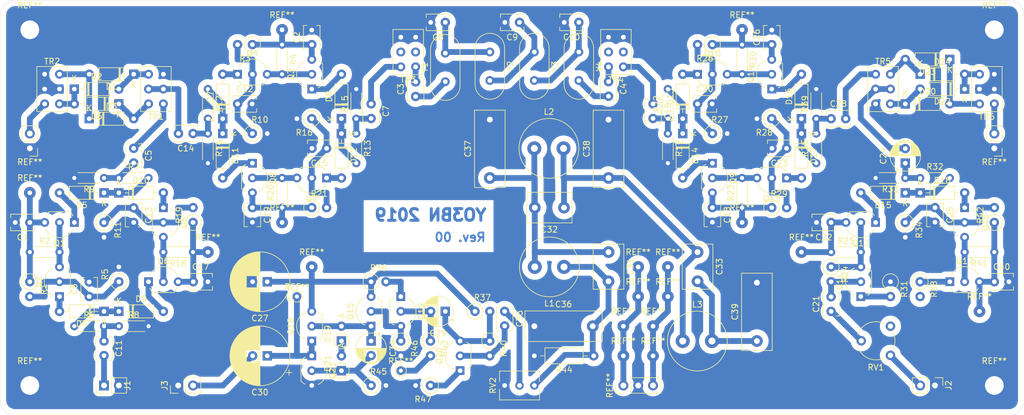
<source format=kicad_pcb>
(kicad_pcb (version 20171130) (host pcbnew 5.1.5+dfsg1-2)
  (layers (0 F.Cu signal) (31 B.Cu signal) (35 F.Paste user hide) (37 F.SilkS user hide) (39 F.Mask user hide) (44 Edge.Cuts user))
  (net 0 "")
  (net 1 +RX)
  (net 2 GND)
  (net 3 "Net-(C3-Pad1)")
  (net 4 "Net-(C3-Pad2)")
  (net 5 "Net-(C4-Pad1)")
  (net 6 "Net-(C4-Pad2)")
  (net 7 "Net-(C5-Pad2)")
  (net 8 "Net-(C5-Pad1)")
  (net 9 "Net-(C6-Pad1)")
  (net 10 "Net-(C7-Pad1)")
  (net 11 "Net-(C7-Pad2)")
  (net 12 "Net-(C8-Pad1)")
  (net 13 "Net-(C9-Pad1)")
  (net 14 "Net-(C10-Pad1)")
  (net 15 "Net-(C11-Pad2)")
  (net 16 "Net-(C11-Pad1)")
  (net 17 "Net-(C12-Pad1)")
  (net 18 "Net-(C13-Pad1)")
  (net 19 "Net-(C14-Pad1)")
  (net 20 "Net-(C14-Pad2)")
  (net 21 "Net-(C15-Pad1)")
  (net 22 "Net-(C16-Pad1)")
  (net 23 "Net-(C16-Pad2)")
  (net 24 +TX)
  (net 25 "Net-(C20-Pad1)")
  (net 26 "Net-(C21-Pad2)")
  (net 27 "Net-(C21-Pad1)")
  (net 28 "Net-(C23-Pad1)")
  (net 29 "Net-(C24-Pad1)")
  (net 30 "Net-(C24-Pad2)")
  (net 31 "Net-(C25-Pad1)")
  (net 32 "Net-(C28-Pad2)")
  (net 33 "Net-(C28-Pad1)")
  (net 34 "Net-(C29-Pad2)")
  (net 35 "Net-(C29-Pad1)")
  (net 36 "Net-(C30-Pad1)")
  (net 37 "Net-(C30-Pad2)")
  (net 38 "Net-(C31-Pad2)")
  (net 39 "Net-(C31-Pad1)")
  (net 40 "Net-(C32-Pad1)")
  (net 41 "Net-(C33-Pad2)")
  (net 42 "Net-(C34-Pad1)")
  (net 43 "Net-(C34-Pad2)")
  (net 44 "Net-(C35-Pad2)")
  (net 45 "Net-(C35-Pad1)")
  (net 46 "Net-(D1-Pad2)")
  (net 47 "Net-(D1-Pad1)")
  (net 48 "Net-(D2-Pad1)")
  (net 49 "Net-(D3-Pad2)")
  (net 50 "Net-(D4-Pad1)")
  (net 51 "Net-(D4-Pad2)")
  (net 52 "Net-(D10-Pad1)")
  (net 53 "Net-(D5-Pad2)")
  (net 54 "Net-(D7-Pad2)")
  (net 55 "Net-(D11-Pad1)")
  (net 56 "Net-(D12-Pad1)")
  (net 57 "Net-(D8-Pad2)")
  (net 58 "Net-(D9-Pad2)")
  (net 59 "Net-(D10-Pad2)")
  (net 60 "Net-(D11-Pad2)")
  (net 61 "Net-(D12-Pad2)")
  (net 62 "Net-(D13-Pad2)")
  (net 63 "Net-(D13-Pad1)")
  (net 64 "Net-(D14-Pad2)")
  (net 65 "Net-(D15-Pad2)")
  (net 66 "Net-(D15-Pad1)")
  (net 67 "Net-(D16-Pad1)")
  (net 68 "Net-(D16-Pad2)")
  (net 69 "Net-(D17-Pad2)")
  (net 70 "Net-(D18-Pad2)")
  (net 71 "Net-(D19-Pad1)")
  (net 72 "Net-(D20-Pad1)")
  (net 73 "Net-(D20-Pad2)")
  (net 74 "Net-(D22-Pad1)")
  (net 75 "Net-(D23-Pad2)")
  (net 76 "Net-(J2-Pad2)")
  (net 77 "Net-(Q1-Pad2)")
  (net 78 "Net-(Q3-Pad2)")
  (net 79 "Net-(Q5-Pad3)")
  (net 80 "Net-(Q7-Pad3)")
  (net 81 "Net-(Q13-Pad3)")
  (net 82 "Net-(Q10-Pad3)")
  (net 83 "Net-(Q11-Pad3)")
  (net 84 "Net-(Q11-Pad1)")
  (net 85 "Net-(Q15-Pad2)")
  (net 86 "Net-(Q16-Pad3)")
  (net 87 "Net-(Q17-Pad1)")
  (net 88 "Net-(Q19-Pad1)")
  (net 89 "Net-(Q20-Pad1)")
  (net 90 LO)
  (net 91 BFO)
  (module Resistor_THT:R_Axial_DIN0207_L6.3mm_D2.5mm_P2.54mm_Vertical (layer F.Cu) (at 132.08 86.36)
    (fp_text reference R45 (at 1.27 -2.37) (layer F.SilkS))
    (fp_text value 1k)
    (pad 2 thru_hole oval (at 2.54 0) (size 1.6 1.6) (drill 0.8) (layers *.Cu *.Mask) (net 2 GND))
    (pad 1 thru_hole circle (at 0 0) (size 1.6 1.6) (drill 0.8) (layers *.Cu *.Mask) (net 43 "Net-(C34-Pad2)"))
  )
  (module Diode_THT:D_DO-35_SOD27_P2.54mm_Vertical_AnodeUp (layer F.Cu) (at 127 78.74 90)
    (fp_text reference D19 (at 1.27 -2.326371 90) (layer F.SilkS))
    (fp_text value 1N4148)
    (fp_text user A (at 4.34 0 90) (layer F.SilkS))
    (pad 2 thru_hole oval (at 2.54 0 90) (size 1.6 1.6) (drill 0.8) (layers *.Cu *.Mask) (net 42 "Net-(C34-Pad1)"))
    (pad 1 thru_hole rect (at 0 0 90) (size 1.6 1.6) (drill 0.8) (layers *.Cu *.Mask) (net 71 "Net-(D19-Pad1)"))
  )
  (module Diode_THT:D_DO-35_SOD27_P2.54mm_Vertical_AnodeUp (layer F.Cu) (at 127 83.82 90)
    (fp_text reference D21 (at 1.27 -2.326371 90) (layer F.SilkS))
    (fp_text value 1N4148)
    (fp_text user A (at 4.34 0 90) (layer F.SilkS))
    (pad 1 thru_hole rect (at 0 0 90) (size 1.6 1.6) (drill 0.8) (layers *.Cu *.Mask) (net 43 "Net-(C34-Pad2)"))
    (pad 2 thru_hole oval (at 2.54 0 90) (size 1.6 1.6) (drill 0.8) (layers *.Cu *.Mask) (net 71 "Net-(D19-Pad1)"))
  )
  (module Diode_THT:D_DO-35_SOD27_P7.62mm_Horizontal (layer F.Cu) (at 226.06 33.02)
    (fp_text reference D24 (at 3.81 -2.12) (layer F.SilkS))
    (fp_text value BAT41)
    (fp_text user K (at 0 -1.8) (layer F.SilkS))
    (pad 2 thru_hole oval (at 7.62 0) (size 1.6 1.6) (drill 0.8) (layers *.Cu *.Mask) (net 74 "Net-(D22-Pad1)"))
    (pad 1 thru_hole rect (at 0 0) (size 1.6 1.6) (drill 0.8) (layers *.Cu *.Mask) (net 75 "Net-(D23-Pad2)"))
  )
  (module Diode_THT:D_DO-35_SOD27_P7.62mm_Horizontal (layer F.Cu) (at 231.14 30.48 180)
    (fp_text reference D23 (at 3.81 -2.12) (layer F.SilkS))
    (fp_text value BAT41)
    (fp_text user K (at 0 -1.8) (layer F.SilkS))
    (pad 1 thru_hole rect (at 0 0 180) (size 1.6 1.6) (drill 0.8) (layers *.Cu *.Mask) (net 73 "Net-(D20-Pad2)"))
    (pad 2 thru_hole oval (at 7.62 0 180) (size 1.6 1.6) (drill 0.8) (layers *.Cu *.Mask) (net 75 "Net-(D23-Pad2)"))
  )
  (module Diode_THT:D_DO-35_SOD27_P7.62mm_Horizontal (layer F.Cu) (at 233.68 35.56 180)
    (fp_text reference D22 (at 3.81 -2.12) (layer F.SilkS))
    (fp_text value BAT41)
    (fp_text user K (at 0 -1.8) (layer F.SilkS))
    (pad 2 thru_hole oval (at 7.62 0 180) (size 1.6 1.6) (drill 0.8) (layers *.Cu *.Mask) (net 72 "Net-(D20-Pad1)"))
    (pad 1 thru_hole rect (at 0 0 180) (size 1.6 1.6) (drill 0.8) (layers *.Cu *.Mask) (net 74 "Net-(D22-Pad1)"))
  )
  (module Diode_THT:D_DO-35_SOD27_P7.62mm_Horizontal (layer F.Cu) (at 223.52 38.1)
    (fp_text reference D20 (at 3.81 -2.12) (layer F.SilkS))
    (fp_text value BAT41)
    (fp_text user K (at 0 -1.8) (layer F.SilkS))
    (pad 1 thru_hole rect (at 0 0) (size 1.6 1.6) (drill 0.8) (layers *.Cu *.Mask) (net 72 "Net-(D20-Pad1)"))
    (pad 2 thru_hole oval (at 7.62 0) (size 1.6 1.6) (drill 0.8) (layers *.Cu *.Mask) (net 73 "Net-(D20-Pad2)"))
  )
  (module Diode_THT:D_DO-35_SOD27_P7.62mm_Horizontal (layer F.Cu) (at 226.06 53.34)
    (fp_text reference D18 (at 3.81 -2.12) (layer F.SilkS))
    (fp_text value 1N4148)
    (fp_text user K (at 0 -1.8) (layer F.SilkS))
    (pad 1 thru_hole rect (at 0 0) (size 1.6 1.6) (drill 0.8) (layers *.Cu *.Mask) (net 66 "Net-(D15-Pad1)"))
    (pad 2 thru_hole oval (at 7.62 0) (size 1.6 1.6) (drill 0.8) (layers *.Cu *.Mask) (net 70 "Net-(D18-Pad2)"))
  )
  (module Diode_THT:D_DO-35_SOD27_P7.62mm_Horizontal (layer F.Cu) (at 205.74 43.18 270)
    (fp_text reference D17 (at 3.81 -2.12 90) (layer F.SilkS))
    (fp_text value 1N4148)
    (fp_text user K (at 0 -1.8 90) (layer F.SilkS))
    (pad 1 thru_hole rect (at 0 0 270) (size 1.6 1.6) (drill 0.8) (layers *.Cu *.Mask) (net 67 "Net-(D16-Pad1)"))
    (pad 2 thru_hole oval (at 7.62 0 270) (size 1.6 1.6) (drill 0.8) (layers *.Cu *.Mask) (net 69 "Net-(D17-Pad2)"))
  )
  (module Diode_THT:D_DO-35_SOD27_P7.62mm_Horizontal (layer F.Cu) (at 205.74 40.64 90)
    (fp_text reference D16 (at 3.81 -2.12 90) (layer F.SilkS))
    (fp_text value 1N4148)
    (fp_text user K (at 0 -1.8 90) (layer F.SilkS))
    (pad 1 thru_hole rect (at 0 0 90) (size 1.6 1.6) (drill 0.8) (layers *.Cu *.Mask) (net 67 "Net-(D16-Pad1)"))
    (pad 2 thru_hole oval (at 7.62 0 90) (size 1.6 1.6) (drill 0.8) (layers *.Cu *.Mask) (net 68 "Net-(D16-Pad2)"))
  )
  (module Diode_THT:D_DO-35_SOD27_P7.62mm_Horizontal (layer F.Cu) (at 223.52 53.34 180)
    (fp_text reference D15 (at 3.81 -2.12) (layer F.SilkS))
    (fp_text value 1N4148)
    (fp_text user K (at 0 -1.8) (layer F.SilkS))
    (pad 2 thru_hole oval (at 7.62 0 180) (size 1.6 1.6) (drill 0.8) (layers *.Cu *.Mask) (net 65 "Net-(D15-Pad2)"))
    (pad 1 thru_hole rect (at 0 0 180) (size 1.6 1.6) (drill 0.8) (layers *.Cu *.Mask) (net 66 "Net-(D15-Pad1)"))
  )
  (module Diode_THT:D_DO-35_SOD27_P7.62mm_Horizontal (layer F.Cu) (at 185.42 43.18 270)
    (fp_text reference D14 (at 3.81 -2.12 90) (layer F.SilkS))
    (fp_text value 1N4148)
    (fp_text user K (at 0 -1.8 90) (layer F.SilkS))
    (pad 2 thru_hole oval (at 7.62 0 270) (size 1.6 1.6) (drill 0.8) (layers *.Cu *.Mask) (net 64 "Net-(D14-Pad2)"))
    (pad 1 thru_hole rect (at 0 0 270) (size 1.6 1.6) (drill 0.8) (layers *.Cu *.Mask) (net 63 "Net-(D13-Pad1)"))
  )
  (module Diode_THT:D_DO-35_SOD27_P7.62mm_Horizontal (layer F.Cu) (at 185.42 40.64 90)
    (fp_text reference D13 (at 3.81 -2.12 90) (layer F.SilkS))
    (fp_text value 1N4148)
    (fp_text user K (at 0 -1.8 90) (layer F.SilkS))
    (pad 2 thru_hole oval (at 7.62 0 90) (size 1.6 1.6) (drill 0.8) (layers *.Cu *.Mask) (net 62 "Net-(D13-Pad2)"))
    (pad 1 thru_hole rect (at 0 0 90) (size 1.6 1.6) (drill 0.8) (layers *.Cu *.Mask) (net 63 "Net-(D13-Pad1)"))
  )
  (module Diode_THT:D_DO-35_SOD27_P7.62mm_Horizontal (layer F.Cu) (at 127 43.18 270)
    (fp_text reference D12 (at 3.81 -2.12 90) (layer F.SilkS))
    (fp_text value 1N4148)
    (fp_text user K (at 0 -1.8 90) (layer F.SilkS))
    (pad 2 thru_hole oval (at 7.62 0 270) (size 1.6 1.6) (drill 0.8) (layers *.Cu *.Mask) (net 61 "Net-(D12-Pad2)"))
    (pad 1 thru_hole rect (at 0 0 270) (size 1.6 1.6) (drill 0.8) (layers *.Cu *.Mask) (net 56 "Net-(D12-Pad1)"))
  )
  (module Diode_THT:D_DO-35_SOD27_P7.62mm_Horizontal (layer F.Cu) (at 106.68 43.18 270)
    (fp_text reference D11 (at 3.81 -2.12 90) (layer F.SilkS))
    (fp_text value 1N4148)
    (fp_text user K (at 0 -1.8 90) (layer F.SilkS))
    (pad 1 thru_hole rect (at 0 0 270) (size 1.6 1.6) (drill 0.8) (layers *.Cu *.Mask) (net 55 "Net-(D11-Pad1)"))
    (pad 2 thru_hole oval (at 7.62 0 270) (size 1.6 1.6) (drill 0.8) (layers *.Cu *.Mask) (net 60 "Net-(D11-Pad2)"))
  )
  (module Diode_THT:D_DO-35_SOD27_P7.62mm_Horizontal (layer F.Cu) (at 88.9 53.34)
    (fp_text reference D10 (at 3.81 -2.12) (layer F.SilkS))
    (fp_text value 1N4148)
    (fp_text user K (at 0 -1.8) (layer F.SilkS))
    (pad 2 thru_hole oval (at 7.62 0) (size 1.6 1.6) (drill 0.8) (layers *.Cu *.Mask) (net 59 "Net-(D10-Pad2)"))
    (pad 1 thru_hole rect (at 0 0) (size 1.6 1.6) (drill 0.8) (layers *.Cu *.Mask) (net 52 "Net-(D10-Pad1)"))
  )
  (module Diode_THT:D_DO-35_SOD27_P7.62mm_Horizontal (layer F.Cu) (at 88.9 73.66)
    (fp_text reference D9 (at 3.81 -2.12) (layer F.SilkS))
    (fp_text value 1N4148)
    (fp_text user K (at 0 -1.8) (layer F.SilkS))
    (pad 2 thru_hole oval (at 7.62 0) (size 1.6 1.6) (drill 0.8) (layers *.Cu *.Mask) (net 58 "Net-(D9-Pad2)"))
    (pad 1 thru_hole rect (at 0 0) (size 1.6 1.6) (drill 0.8) (layers *.Cu *.Mask) (net 50 "Net-(D4-Pad1)"))
  )
  (module Diode_THT:D_DO-35_SOD27_P7.62mm_Horizontal (layer F.Cu) (at 127 40.64 90)
    (fp_text reference D8 (at 3.81 -2.12 90) (layer F.SilkS))
    (fp_text value 1N4148)
    (fp_text user K (at 0 -1.8 90) (layer F.SilkS))
    (pad 1 thru_hole rect (at 0 0 90) (size 1.6 1.6) (drill 0.8) (layers *.Cu *.Mask) (net 56 "Net-(D12-Pad1)"))
    (pad 2 thru_hole oval (at 7.62 0 90) (size 1.6 1.6) (drill 0.8) (layers *.Cu *.Mask) (net 57 "Net-(D8-Pad2)"))
  )
  (module Diode_THT:D_DO-35_SOD27_P7.62mm_Horizontal (layer F.Cu) (at 106.68 40.64 90)
    (fp_text reference D7 (at 3.81 -2.12 90) (layer F.SilkS))
    (fp_text value 1N4148)
    (fp_text user K (at 0 -1.8 90) (layer F.SilkS))
    (pad 2 thru_hole oval (at 7.62 0 90) (size 1.6 1.6) (drill 0.8) (layers *.Cu *.Mask) (net 54 "Net-(D7-Pad2)"))
    (pad 1 thru_hole rect (at 0 0 90) (size 1.6 1.6) (drill 0.8) (layers *.Cu *.Mask) (net 55 "Net-(D11-Pad1)"))
  )
  (module Diode_THT:D_DO-35_SOD27_P7.62mm_Horizontal (layer F.Cu) (at 88.9 38.1 180)
    (fp_text reference D6 (at 3.81 -2.12) (layer F.SilkS))
    (fp_text value BAT41)
    (fp_text user K (at 0 -1.8) (layer F.SilkS))
    (pad 1 thru_hole rect (at 0 0 180) (size 1.6 1.6) (drill 0.8) (layers *.Cu *.Mask) (net 49 "Net-(D3-Pad2)"))
    (pad 2 thru_hole oval (at 7.62 0 180) (size 1.6 1.6) (drill 0.8) (layers *.Cu *.Mask) (net 48 "Net-(D2-Pad1)"))
  )
  (module Diode_THT:D_DO-35_SOD27_P7.62mm_Horizontal (layer F.Cu) (at 86.36 53.34 180)
    (fp_text reference D5 (at 3.81 -2.12) (layer F.SilkS))
    (fp_text value 1N4148)
    (fp_text user K (at 0 -1.8) (layer F.SilkS))
    (pad 1 thru_hole rect (at 0 0 180) (size 1.6 1.6) (drill 0.8) (layers *.Cu *.Mask) (net 52 "Net-(D10-Pad1)"))
    (pad 2 thru_hole oval (at 7.62 0 180) (size 1.6 1.6) (drill 0.8) (layers *.Cu *.Mask) (net 53 "Net-(D5-Pad2)"))
  )
  (module Diode_THT:D_DO-35_SOD27_P7.62mm_Horizontal (layer F.Cu) (at 86.36 73.66 180)
    (fp_text reference D4 (at 3.81 -2.12) (layer F.SilkS))
    (fp_text value 1N4148)
    (fp_text user K (at 0 -1.8) (layer F.SilkS))
    (pad 1 thru_hole rect (at 0 0 180) (size 1.6 1.6) (drill 0.8) (layers *.Cu *.Mask) (net 50 "Net-(D4-Pad1)"))
    (pad 2 thru_hole oval (at 7.62 0 180) (size 1.6 1.6) (drill 0.8) (layers *.Cu *.Mask) (net 51 "Net-(D4-Pad2)"))
  )
  (module Diode_THT:D_DO-35_SOD27_P7.62mm_Horizontal (layer F.Cu) (at 83.82 40.64)
    (fp_text reference D3 (at 3.81 -2.12) (layer F.SilkS))
    (fp_text value BAT41)
    (fp_text user K (at 0 -1.8) (layer F.SilkS))
    (pad 2 thru_hole oval (at 7.62 0) (size 1.6 1.6) (drill 0.8) (layers *.Cu *.Mask) (net 49 "Net-(D3-Pad2)"))
    (pad 1 thru_hole rect (at 0 0) (size 1.6 1.6) (drill 0.8) (layers *.Cu *.Mask) (net 46 "Net-(D1-Pad2)"))
  )
  (module Diode_THT:D_DO-35_SOD27_P7.62mm_Horizontal (layer F.Cu) (at 81.28 35.56)
    (fp_text reference D2 (at 3.81 -2.12) (layer F.SilkS))
    (fp_text value BAT41)
    (fp_text user K (at 0 -1.8) (layer F.SilkS))
    (pad 1 thru_hole rect (at 0 0) (size 1.6 1.6) (drill 0.8) (layers *.Cu *.Mask) (net 48 "Net-(D2-Pad1)"))
    (pad 2 thru_hole oval (at 7.62 0) (size 1.6 1.6) (drill 0.8) (layers *.Cu *.Mask) (net 47 "Net-(D1-Pad1)"))
  )
  (module Diode_THT:D_DO-35_SOD27_P7.62mm_Horizontal (layer F.Cu) (at 91.44 33.02 180)
    (fp_text reference D1 (at 3.81 -2.12) (layer F.SilkS))
    (fp_text value BAT41)
    (fp_text user K (at 0 -1.8) (layer F.SilkS))
    (pad 2 thru_hole oval (at 7.62 0 180) (size 1.6 1.6) (drill 0.8) (layers *.Cu *.Mask) (net 46 "Net-(D1-Pad2)"))
    (pad 1 thru_hole rect (at 0 0 180) (size 1.6 1.6) (drill 0.8) (layers *.Cu *.Mask) (net 47 "Net-(D1-Pad1)"))
  )
  (module Potentiometer_THT:Potentiometer_Piher_PT-6-V_Vertical (layer F.Cu) (at 220.98 76.2 180)
    (fp_text reference RV1 (at 2.5 -7.06) (layer F.SilkS))
    (fp_text value 10K)
    (pad 1 thru_hole circle (at 0 0 180) (size 1.62 1.62) (drill 0.9) (layers *.Cu *.Mask) (net 24 +TX))
    (pad 2 thru_hole circle (at 5 -2.5 180) (size 1.62 1.62) (drill 0.9) (layers *.Cu *.Mask) (net 27 "Net-(C21-Pad1)"))
    (pad 3 thru_hole circle (at 0 -5 180) (size 1.62 1.62) (drill 0.9) (layers *.Cu *.Mask) (net 76 "Net-(J2-Pad2)"))
  )
  (module Connector_PinHeader_2.54mm:PinHeader_1x03_P2.54mm_Vertical (layer F.Cu) (at 175.26 86.36 90)
    (fp_text reference REF** (at 0 -2.33 90) (layer F.SilkS))
    (fp_text value PinHeader_1x03_P2.54mm_Vertical)
    (pad 3 thru_hole oval (at 0 5.08 90) (size 1.7 1.7) (drill 1) (layers *.Cu *.Mask) (net 1 +RX))
    (pad 2 thru_hole oval (at 0 2.54 90) (size 1.7 1.7) (drill 1) (layers *.Cu *.Mask) (net 2 GND))
    (pad 1 thru_hole circle (at 0 0 90) (size 1.7 1.7) (drill 1) (layers *.Cu *.Mask) (net 24 +TX))
  )
  (module Connector_Wire:SolderWirePad_1x01_Drill0.8mm (layer F.Cu) (at 182.88 66.04)
    (fp_text reference REF** (at 0 -2.54) (layer F.SilkS))
    (fp_text value SolderWirePad_1x01_Drill0.8mm)
    (pad 1 thru_hole circle (at 0 0) (size 1.99898 1.99898) (drill 0.8001) (layers *.Cu *.Mask) (net 1 +RX))
  )
  (module Connector_Wire:SolderWirePad_1x01_Drill0.8mm (layer F.Cu) (at 177.8 66.04)
    (fp_text reference REF** (at 0 -2.54) (layer F.SilkS))
    (fp_text value SolderWirePad_1x01_Drill0.8mm)
    (pad 1 thru_hole circle (at 0 0) (size 1.99898 1.99898) (drill 0.8001) (layers *.Cu *.Mask) (net 24 +TX))
  )
  (module Connector_Wire:SolderWirePad_1x01_Drill0.8mm (layer F.Cu) (at 177.8 71.12)
    (fp_text reference REF** (at 0 -2.54) (layer F.SilkS))
    (fp_text value SolderWirePad_1x01_Drill0.8mm)
    (pad 1 thru_hole circle (at 0 0) (size 1.99898 1.99898) (drill 0.8001) (layers *.Cu *.Mask) (net 24 +TX))
  )
  (module Connector_Wire:SolderWirePad_1x01_Drill0.8mm (layer F.Cu) (at 182.88 71.12)
    (fp_text reference REF** (at 0 -2.54) (layer F.SilkS))
    (fp_text value SolderWirePad_1x01_Drill0.8mm)
    (pad 1 thru_hole circle (at 0 0) (size 1.99898 1.99898) (drill 0.8001) (layers *.Cu *.Mask) (net 1 +RX))
  )
  (module Connector_Wire:SolderWirePad_1x01_Drill0.8mm (layer F.Cu) (at 180.34 76.2)
    (fp_text reference REF** (at 0 -2.54) (layer F.SilkS))
    (fp_text value SolderWirePad_1x01_Drill0.8mm)
    (pad 1 thru_hole circle (at 0 0) (size 1.99898 1.99898) (drill 0.8001) (layers *.Cu *.Mask) (net 1 +RX))
  )
  (module Connector_Wire:SolderWirePad_1x01_Drill0.8mm (layer F.Cu) (at 180.34 81.28)
    (fp_text reference REF** (at 0 -2.54) (layer F.SilkS))
    (fp_text value SolderWirePad_1x01_Drill0.8mm)
    (pad 1 thru_hole circle (at 0 0) (size 1.99898 1.99898) (drill 0.8001) (layers *.Cu *.Mask) (net 1 +RX))
  )
  (module Connector_Wire:SolderWirePad_1x01_Drill0.8mm (layer F.Cu) (at 175.26 76.2)
    (fp_text reference REF** (at 0 -2.54) (layer F.SilkS))
    (fp_text value SolderWirePad_1x01_Drill0.8mm)
    (pad 1 thru_hole circle (at 0 0) (size 1.99898 1.99898) (drill 0.8001) (layers *.Cu *.Mask) (net 24 +TX))
  )
  (module Connector_Wire:SolderWirePad_1x01_Drill0.8mm (layer F.Cu) (at 175.26 81.28)
    (fp_text reference REF** (at 0 -2.54) (layer F.SilkS))
    (fp_text value SolderWirePad_1x01_Drill0.8mm)
    (pad 1 thru_hole circle (at 0 0) (size 1.99898 1.99898) (drill 0.8001) (layers *.Cu *.Mask) (net 24 +TX))
  )
  (module Connector_Wire:SolderWirePad_1x01_Drill0.8mm (layer F.Cu) (at 116.84 58.42)
    (fp_text reference REF** (at 0 -2.54) (layer F.SilkS))
    (fp_text value SolderWirePad_1x01_Drill0.8mm)
    (pad 1 thru_hole circle (at 0 0) (size 1.99898 1.99898) (drill 0.8001) (layers *.Cu *.Mask) (net 24 +TX))
  )
  (module Connector_Wire:SolderWirePad_1x01_Drill0.8mm (layer F.Cu) (at 116.84 25.4)
    (fp_text reference REF** (at 0 -2.54) (layer F.SilkS))
    (fp_text value SolderWirePad_1x01_Drill0.8mm)
    (pad 1 thru_hole circle (at 0 0) (size 1.99898 1.99898) (drill 0.8001) (layers *.Cu *.Mask) (net 1 +RX))
  )
  (module Connector_Wire:SolderWirePad_1x01_Drill0.8mm (layer F.Cu) (at 73.66 53.34)
    (fp_text reference REF** (at 0 -2.54) (layer F.SilkS))
    (fp_text value SolderWirePad_1x01_Drill0.8mm)
    (pad 1 thru_hole circle (at 0 0) (size 1.99898 1.99898) (drill 0.8001) (layers *.Cu *.Mask) (net 1 +RX))
  )
  (module Connector_Wire:SolderWirePad_1x01_Drill0.8mm (layer F.Cu) (at 104.14 63.5)
    (fp_text reference REF** (at 0 -2.54) (layer F.SilkS))
    (fp_text value SolderWirePad_1x01_Drill0.8mm)
    (pad 1 thru_hole circle (at 0 0) (size 1.99898 1.99898) (drill 0.8001) (layers *.Cu *.Mask) (net 24 +TX))
  )
  (module Connector_Wire:SolderWirePad_1x01_Drill0.8mm (layer F.Cu) (at 121.92 66.04)
    (fp_text reference REF** (at 0 -2.54) (layer F.SilkS))
    (fp_text value SolderWirePad_1x01_Drill0.8mm)
    (pad 1 thru_hole circle (at 0 0) (size 1.99898 1.99898) (drill 0.8001) (layers *.Cu *.Mask) (net 1 +RX))
  )
  (module Connector_Wire:SolderWirePad_1x01_Drill0.8mm (layer F.Cu) (at 236.22 73.66)
    (fp_text reference REF** (at 0 -2.54) (layer F.SilkS))
    (fp_text value SolderWirePad_1x01_Drill0.8mm)
    (pad 1 thru_hole circle (at 0 0) (size 1.99898 1.99898) (drill 0.8001) (layers *.Cu *.Mask) (net 1 +RX))
  )
  (module Connector_Wire:SolderWirePad_1x01_Drill0.8mm (layer F.Cu) (at 205.74 63.5)
    (fp_text reference REF** (at 0 -2.54) (layer F.SilkS))
    (fp_text value SolderWirePad_1x01_Drill0.8mm)
    (pad 1 thru_hole circle (at 0 0) (size 1.99898 1.99898) (drill 0.8001) (layers *.Cu *.Mask) (net 24 +TX))
  )
  (module Connector_Wire:SolderWirePad_1x01_Drill0.8mm (layer F.Cu) (at 195.58 58.42)
    (fp_text reference REF** (at 0 -2.54) (layer F.SilkS))
    (fp_text value SolderWirePad_1x01_Drill0.8mm)
    (pad 1 thru_hole circle (at 0 0) (size 1.99898 1.99898) (drill 0.8001) (layers *.Cu *.Mask) (net 24 +TX))
  )
  (module Connector_Wire:SolderWirePad_1x01_Drill0.8mm (layer F.Cu) (at 195.58 25.4)
    (fp_text reference REF** (at 0 -2.54) (layer F.SilkS))
    (fp_text value SolderWirePad_1x01_Drill0.8mm)
    (pad 1 thru_hole circle (at 0 0) (size 1.99898 1.99898) (drill 0.8001) (layers *.Cu *.Mask) (net 1 +RX))
  )
  (module Connector_PinHeader_2.54mm:PinHeader_1x02_P2.54mm_Vertical (layer F.Cu) (at 238.76 45.72 180)
    (fp_text reference REF** (at 0 -2.33) (layer F.SilkS))
    (fp_text value PinHeader_1x02_P2.54mm_Vertical)
    (pad 2 thru_hole oval (at 0 2.54 180) (size 1.7 1.7) (drill 1) (layers *.Cu *.Mask) (net 91 BFO))
    (pad 1 thru_hole rect (at 0 0 180) (size 1.7 1.7) (drill 1) (layers *.Cu *.Mask) (net 2 GND))
  )
  (module Connector_PinHeader_2.54mm:PinHeader_1x02_P2.54mm_Vertical (layer F.Cu) (at 73.66 45.72 180)
    (fp_text reference REF** (at 0 -2.33) (layer F.SilkS))
    (fp_text value PinHeader_1x02_P2.54mm_Vertical)
    (pad 2 thru_hole oval (at 0 2.54 180) (size 1.7 1.7) (drill 1) (layers *.Cu *.Mask) (net 90 LO))
    (pad 1 thru_hole rect (at 0 0 180) (size 1.7 1.7) (drill 1) (layers *.Cu *.Mask) (net 2 GND))
  )
  (module MountingHole:MountingHole_3.2mm_M3_Pad (layer F.Cu) (at 73.66 86.36)
    (fp_text reference REF** (at 0 -4.2) (layer F.SilkS))
    (fp_text value MountingHole_3.2mm_M3_Pad)
    (pad 1 thru_hole circle (at 0 0) (size 6.4 6.4) (drill 3.2) (layers *.Cu *.Mask) (net 2 GND))
  )
  (module MountingHole:MountingHole_3.2mm_M3_Pad (layer F.Cu) (at 73.66 25.4)
    (fp_text reference REF** (at 0 -4.2) (layer F.SilkS))
    (fp_text value MountingHole_3.2mm_M3_Pad)
    (pad 1 thru_hole circle (at 0 0) (size 6.4 6.4) (drill 3.2) (layers *.Cu *.Mask) (net 2 GND))
  )
  (module MountingHole:MountingHole_3.2mm_M3_Pad (layer F.Cu) (at 238.76 86.36)
    (fp_text reference REF** (at 0 -4.2) (layer F.SilkS))
    (fp_text value MountingHole_3.2mm_M3_Pad)
    (pad 1 thru_hole circle (at 0 0) (size 6.4 6.4) (drill 3.2) (layers *.Cu *.Mask) (net 2 GND))
  )
  (module MountingHole:MountingHole_3.2mm_M3_Pad (layer F.Cu) (at 238.76 25.4)
    (fp_text reference REF** (at 0 -4.2) (layer F.SilkS))
    (fp_text value MountingHole_3.2mm_M3_Pad)
    (pad 1 thru_hole circle (at 0 0) (size 6.4 6.4) (drill 3.2) (layers *.Cu *.Mask) (net 2 GND))
  )
  (module Connector_PinHeader_2.54mm:PinHeader_1x02_P2.54mm_Vertical (layer F.Cu) (at 86.36 86.36 90)
    (fp_text reference J1 (at 0 4 90) (layer F.SilkS))
    (fp_text value BNC)
    (pad 2 thru_hole oval (at 0 2.54 90) (size 1.7 1.7) (drill 1) (layers *.Cu *.Mask) (net 2 GND))
    (pad 1 thru_hole rect (at 0 0 90) (size 1.7 1.7) (drill 1) (layers *.Cu *.Mask) (net 15 "Net-(C11-Pad2)"))
  )
  (module Resistor_THT:R_Axial_DIN0207_L6.3mm_D2.5mm_P10.16mm_Horizontal (layer F.Cu) (at 170.18 81.28 180)
    (fp_text reference R44 (at 5.08 -2.37) (layer F.SilkS))
    (fp_text value 0)
    (pad 1 thru_hole circle (at 0 0 180) (size 1.6 1.6) (drill 0.8) (layers *.Cu *.Mask) (net 38 "Net-(C31-Pad2)"))
    (pad 2 thru_hole oval (at 10.16 0 180) (size 1.6 1.6) (drill 0.8) (layers *.Cu *.Mask) (net 2 GND))
  )
  (module Capacitor_THT:C_Rect_L13.0mm_W5.0mm_P10.00mm_FKS3_FKP3_MKS4 (layer F.Cu) (at 160.02 76.2)
    (fp_text reference C36 (at 5 -3.75) (layer F.SilkS))
    (fp_text value 0)
    (pad 1 thru_hole circle (at 0 0) (size 2 2) (drill 1) (layers *.Cu *.Mask) (net 2 GND))
    (pad 2 thru_hole circle (at 10 0) (size 2 2) (drill 1) (layers *.Cu *.Mask) (net 38 "Net-(C31-Pad2)"))
  )
  (module TestPoint:TestPoint_THTPad_D1.5mm_Drill0.7mm (layer F.Cu) (at 119.38 71.12)
    (fp_text reference REF** (at 0 -1.648) (layer F.SilkS))
    (fp_text value TestPoint_THTPad_D1.5mm_Drill0.7mm)
    (pad 1 thru_hole circle (at 0 0) (size 1.5 1.5) (drill 0.7) (layers *.Cu *.Mask) (net 36 "Net-(C30-Pad1)"))
  )
  (module TestPoint:TestPoint_THTPad_D1.5mm_Drill0.7mm (layer F.Cu) (at 137.16 83.82)
    (fp_text reference REF** (at 0 -1.648) (layer F.SilkS))
    (fp_text value TestPoint_THTPad_D1.5mm_Drill0.7mm)
    (pad 1 thru_hole circle (at 0 0) (size 1.5 1.5) (drill 0.7) (layers *.Cu *.Mask) (net 36 "Net-(C30-Pad1)"))
  )
  (module Capacitor_THT:C_Disc_D3.8mm_W2.6mm_P2.50mm (layer F.Cu) (at 73.66 58.42 180)
    (fp_text reference C1 (at 1.25 -2.55) (layer F.SilkS))
    (fp_text value 100n)
    (pad 1 thru_hole circle (at 0 0 180) (size 1.6 1.6) (drill 0.8) (layers *.Cu *.Mask) (net 1 +RX))
    (pad 2 thru_hole circle (at 2.5 0 180) (size 1.6 1.6) (drill 0.8) (layers *.Cu *.Mask) (net 2 GND))
  )
  (module Capacitor_THT:C_Disc_D3.8mm_W2.6mm_P2.50mm (layer F.Cu) (at 121.92 27.94 90)
    (fp_text reference C2 (at 1.25 -2.55 90) (layer F.SilkS))
    (fp_text value 100n)
    (pad 2 thru_hole circle (at 2.5 0 90) (size 1.6 1.6) (drill 0.8) (layers *.Cu *.Mask) (net 2 GND))
    (pad 1 thru_hole circle (at 0 0 90) (size 1.6 1.6) (drill 0.8) (layers *.Cu *.Mask) (net 1 +RX))
  )
  (module Capacitor_THT:C_Disc_D3.8mm_W2.6mm_P2.50mm (layer F.Cu) (at 139.7 36.83 90)
    (fp_text reference C3 (at 1.25 -2.55 90) (layer F.SilkS))
    (fp_text value 0)
    (pad 1 thru_hole circle (at 0 0 90) (size 1.6 1.6) (drill 0.8) (layers *.Cu *.Mask) (net 3 "Net-(C3-Pad1)"))
    (pad 2 thru_hole circle (at 2.5 0 90) (size 1.6 1.6) (drill 0.8) (layers *.Cu *.Mask) (net 4 "Net-(C3-Pad2)"))
  )
  (module Capacitor_THT:C_Disc_D3.8mm_W2.6mm_P2.50mm (layer F.Cu) (at 172.72 34.29 270)
    (fp_text reference C4 (at 1.25 -2.55 90) (layer F.SilkS))
    (fp_text value 0)
    (pad 1 thru_hole circle (at 0 0 270) (size 1.6 1.6) (drill 0.8) (layers *.Cu *.Mask) (net 5 "Net-(C4-Pad1)"))
    (pad 2 thru_hole circle (at 2.5 0 270) (size 1.6 1.6) (drill 0.8) (layers *.Cu *.Mask) (net 6 "Net-(C4-Pad2)"))
  )
  (module Capacitor_THT:C_Disc_D3.8mm_W2.6mm_P2.50mm (layer F.Cu) (at 91.44 45.72 270)
    (fp_text reference C5 (at 1.25 -2.55 90) (layer F.SilkS))
    (fp_text value 1u)
    (pad 2 thru_hole circle (at 2.5 0 270) (size 1.6 1.6) (drill 0.8) (layers *.Cu *.Mask) (net 7 "Net-(C5-Pad2)"))
    (pad 1 thru_hole circle (at 0 0 270) (size 1.6 1.6) (drill 0.8) (layers *.Cu *.Mask) (net 8 "Net-(C5-Pad1)"))
  )
  (module Capacitor_THT:C_Disc_D3.8mm_W2.6mm_P2.50mm (layer F.Cu) (at 83.82 71.12 90)
    (fp_text reference C6 (at 1.25 -2.55 90) (layer F.SilkS))
    (fp_text value 100n)
    (pad 2 thru_hole circle (at 2.5 0 90) (size 1.6 1.6) (drill 0.8) (layers *.Cu *.Mask) (net 2 GND))
    (pad 1 thru_hole circle (at 0 0 90) (size 1.6 1.6) (drill 0.8) (layers *.Cu *.Mask) (net 9 "Net-(C6-Pad1)"))
  )
  (module Capacitor_THT:C_Disc_D3.8mm_W2.6mm_P2.50mm (layer F.Cu) (at 132.08 38.1 270)
    (fp_text reference C7 (at 1.25 -2.55 90) (layer F.SilkS))
    (fp_text value 100n)
    (pad 1 thru_hole circle (at 0 0 270) (size 1.6 1.6) (drill 0.8) (layers *.Cu *.Mask) (net 10 "Net-(C7-Pad1)"))
    (pad 2 thru_hole circle (at 2.5 0 270) (size 1.6 1.6) (drill 0.8) (layers *.Cu *.Mask) (net 11 "Net-(C7-Pad2)"))
  )
  (module Capacitor_THT:C_Disc_D3.8mm_W2.6mm_P2.50mm (layer F.Cu) (at 144.78 24.13 180)
    (fp_text reference C8 (at 1.25 -2.55) (layer F.SilkS))
    (fp_text value 0)
    (pad 1 thru_hole circle (at 0 0 180) (size 1.6 1.6) (drill 0.8) (layers *.Cu *.Mask) (net 12 "Net-(C8-Pad1)"))
    (pad 2 thru_hole circle (at 2.5 0 180) (size 1.6 1.6) (drill 0.8) (layers *.Cu *.Mask) (net 2 GND))
  )
  (module Capacitor_THT:C_Disc_D3.8mm_W2.6mm_P2.50mm (layer F.Cu) (at 157.48 24.13 180)
    (fp_text reference C9 (at 1.25 -2.55) (layer F.SilkS))
    (fp_text value 0)
    (pad 1 thru_hole circle (at 0 0 180) (size 1.6 1.6) (drill 0.8) (layers *.Cu *.Mask) (net 13 "Net-(C9-Pad1)"))
    (pad 2 thru_hole circle (at 2.5 0 180) (size 1.6 1.6) (drill 0.8) (layers *.Cu *.Mask) (net 2 GND))
  )
  (module Capacitor_THT:C_Disc_D3.8mm_W2.6mm_P2.50mm (layer F.Cu) (at 167.64 24.13 180)
    (fp_text reference C10 (at 1.25 -2.55) (layer F.SilkS))
    (fp_text value 0)
    (pad 2 thru_hole circle (at 2.5 0 180) (size 1.6 1.6) (drill 0.8) (layers *.Cu *.Mask) (net 2 GND))
    (pad 1 thru_hole circle (at 0 0 180) (size 1.6 1.6) (drill 0.8) (layers *.Cu *.Mask) (net 14 "Net-(C10-Pad1)"))
  )
  (module Capacitor_THT:C_Disc_D3.8mm_W2.6mm_P2.50mm (layer F.Cu) (at 86.36 78.74 270)
    (fp_text reference C11 (at 1.25 -2.55 90) (layer F.SilkS))
    (fp_text value 1u)
    (pad 1 thru_hole circle (at 0 0 270) (size 1.6 1.6) (drill 0.8) (layers *.Cu *.Mask) (net 16 "Net-(C11-Pad1)"))
    (pad 2 thru_hole circle (at 2.5 0 270) (size 1.6 1.6) (drill 0.8) (layers *.Cu *.Mask) (net 15 "Net-(C11-Pad2)"))
  )
  (module Capacitor_THT:C_Disc_D3.8mm_W2.6mm_P2.50mm (layer F.Cu) (at 109.22 38.1)
    (fp_text reference C12 (at 1.25 -2.55) (layer F.SilkS))
    (fp_text value 100n)
    (pad 1 thru_hole circle (at 0 0) (size 1.6 1.6) (drill 0.8) (layers *.Cu *.Mask) (net 17 "Net-(C12-Pad1)"))
    (pad 2 thru_hole circle (at 2.5 0) (size 1.6 1.6) (drill 0.8) (layers *.Cu *.Mask) (net 2 GND))
  )
  (module Capacitor_THT:C_Disc_D3.8mm_W2.6mm_P2.50mm (layer F.Cu) (at 91.44 55.92 270)
    (fp_text reference C13 (at 1.25 -2.55 90) (layer F.SilkS))
    (fp_text value 100n)
    (pad 1 thru_hole circle (at 0 0 270) (size 1.6 1.6) (drill 0.8) (layers *.Cu *.Mask) (net 18 "Net-(C13-Pad1)"))
    (pad 2 thru_hole circle (at 2.5 0 270) (size 1.6 1.6) (drill 0.8) (layers *.Cu *.Mask) (net 2 GND))
  )
  (module Capacitor_THT:C_Disc_D3.8mm_W2.6mm_P2.50mm (layer F.Cu) (at 101.6 43.18 180)
    (fp_text reference C14 (at 1.25 -2.55) (layer F.SilkS))
    (fp_text value 100n)
    (pad 1 thru_hole circle (at 0 0 180) (size 1.6 1.6) (drill 0.8) (layers *.Cu *.Mask) (net 19 "Net-(C14-Pad1)"))
    (pad 2 thru_hole circle (at 2.5 0 180) (size 1.6 1.6) (drill 0.8) (layers *.Cu *.Mask) (net 20 "Net-(C14-Pad2)"))
  )
  (module Capacitor_THT:C_Disc_D3.8mm_W2.6mm_P2.50mm (layer F.Cu) (at 124.46 45.72 180)
    (fp_text reference C15 (at 1.25 -2.55) (layer F.SilkS))
    (fp_text value 100n)
    (pad 2 thru_hole circle (at 2.5 0 180) (size 1.6 1.6) (drill 0.8) (layers *.Cu *.Mask) (net 2 GND))
    (pad 1 thru_hole circle (at 0 0 180) (size 1.6 1.6) (drill 0.8) (layers *.Cu *.Mask) (net 21 "Net-(C15-Pad1)"))
  )
  (module Capacitor_THT:C_Disc_D3.8mm_W2.6mm_P2.50mm (layer F.Cu) (at 180.34 38.1 270)
    (fp_text reference C16 (at 1.25 -2.55 90) (layer F.SilkS))
    (fp_text value 100n)
    (pad 1 thru_hole circle (at 0 0 270) (size 1.6 1.6) (drill 0.8) (layers *.Cu *.Mask) (net 22 "Net-(C16-Pad1)"))
    (pad 2 thru_hole circle (at 2.5 0 270) (size 1.6 1.6) (drill 0.8) (layers *.Cu *.Mask) (net 23 "Net-(C16-Pad2)"))
  )
  (module Capacitor_THT:C_Disc_D3.8mm_W2.6mm_P2.50mm (layer F.Cu) (at 101.64 68.58)
    (fp_text reference C17 (at 1.25 -2.55) (layer F.SilkS))
    (fp_text value 100n)
    (pad 2 thru_hole circle (at 2.5 0) (size 1.6 1.6) (drill 0.8) (layers *.Cu *.Mask) (net 2 GND))
    (pad 1 thru_hole circle (at 0 0) (size 1.6 1.6) (drill 0.8) (layers *.Cu *.Mask) (net 24 +TX))
  )
  (module Capacitor_THT:C_Disc_D3.8mm_W2.6mm_P2.50mm (layer F.Cu) (at 190.5 55.88 270)
    (fp_text reference C18 (at 1.25 -2.55 90) (layer F.SilkS))
    (fp_text value 100n)
    (pad 1 thru_hole circle (at 0 0 270) (size 1.6 1.6) (drill 0.8) (layers *.Cu *.Mask) (net 24 +TX))
    (pad 2 thru_hole circle (at 2.5 0 270) (size 1.6 1.6) (drill 0.8) (layers *.Cu *.Mask) (net 2 GND))
  )
  (module Capacitor_THT:C_Disc_D3.8mm_W2.6mm_P2.50mm (layer F.Cu) (at 111.76 55.88 270)
    (fp_text reference C19 (at 1.25 -2.55 90) (layer F.SilkS))
    (fp_text value 100n)
    (pad 1 thru_hole circle (at 0 0 270) (size 1.6 1.6) (drill 0.8) (layers *.Cu *.Mask) (net 24 +TX))
    (pad 2 thru_hole circle (at 2.5 0 270) (size 1.6 1.6) (drill 0.8) (layers *.Cu *.Mask) (net 2 GND))
  )
  (module Capacitor_THT:C_Disc_D3.8mm_W2.6mm_P2.50mm (layer F.Cu) (at 187.96 38.1)
    (fp_text reference C20 (at 1.25 -2.55) (layer F.SilkS))
    (fp_text value 100n)
    (pad 2 thru_hole circle (at 2.5 0) (size 1.6 1.6) (drill 0.8) (layers *.Cu *.Mask) (net 2 GND))
    (pad 1 thru_hole circle (at 0 0) (size 1.6 1.6) (drill 0.8) (layers *.Cu *.Mask) (net 25 "Net-(C20-Pad1)"))
  )
  (module Capacitor_THT:C_Disc_D3.8mm_W2.6mm_P2.50mm (layer F.Cu) (at 210.82 73.66 90)
    (fp_text reference C21 (at 1.25 -2.55 90) (layer F.SilkS))
    (fp_text value 100n)
    (pad 2 thru_hole circle (at 2.5 0 90) (size 1.6 1.6) (drill 0.8) (layers *.Cu *.Mask) (net 26 "Net-(C21-Pad2)"))
    (pad 1 thru_hole circle (at 0 0 90) (size 1.6 1.6) (drill 0.8) (layers *.Cu *.Mask) (net 27 "Net-(C21-Pad1)"))
  )
  (module Capacitor_THT:C_Disc_D3.8mm_W2.6mm_P2.50mm (layer F.Cu) (at 210.82 58.42 180)
    (fp_text reference C22 (at 1.25 -2.55) (layer F.SilkS))
    (fp_text value 100n)
    (pad 2 thru_hole circle (at 2.5 0 180) (size 1.6 1.6) (drill 0.8) (layers *.Cu *.Mask) (net 2 GND))
    (pad 1 thru_hole circle (at 0 0 180) (size 1.6 1.6) (drill 0.8) (layers *.Cu *.Mask) (net 24 +TX))
  )
  (module Capacitor_THT:C_Disc_D3.8mm_W2.6mm_P2.50mm (layer F.Cu) (at 203.2 45.72 180)
    (fp_text reference C23 (at 1.25 -2.55) (layer F.SilkS))
    (fp_text value 100n)
    (pad 2 thru_hole circle (at 2.5 0 180) (size 1.6 1.6) (drill 0.8) (layers *.Cu *.Mask) (net 2 GND))
    (pad 1 thru_hole circle (at 0 0 180) (size 1.6 1.6) (drill 0.8) (layers *.Cu *.Mask) (net 28 "Net-(C23-Pad1)"))
  )
  (module Capacitor_THT:CP_Radial_D5.0mm_P2.50mm (layer F.Cu) (at 223.52 48.26 90)
    (fp_text reference C24 (at 1.25 -3.75 90) (layer F.SilkS))
    (fp_text value 10u)
    (pad 1 thru_hole rect (at 0 0 90) (size 1.6 1.6) (drill 0.8) (layers *.Cu *.Mask) (net 29 "Net-(C24-Pad1)"))
    (pad 2 thru_hole circle (at 2.5 0 90) (size 1.6 1.6) (drill 0.8) (layers *.Cu *.Mask) (net 30 "Net-(C24-Pad2)"))
  )
  (module Capacitor_THT:C_Disc_D3.8mm_W2.6mm_P2.50mm (layer F.Cu) (at 228.6 55.88 270)
    (fp_text reference C25 (at 1.25 -2.55 90) (layer F.SilkS))
    (fp_text value 100n)
    (pad 2 thru_hole circle (at 2.5 0 270) (size 1.6 1.6) (drill 0.8) (layers *.Cu *.Mask) (net 2 GND))
    (pad 1 thru_hole circle (at 0 0 270) (size 1.6 1.6) (drill 0.8) (layers *.Cu *.Mask) (net 31 "Net-(C25-Pad1)"))
  )
  (module Capacitor_THT:C_Disc_D3.8mm_W2.6mm_P2.50mm (layer F.Cu) (at 200.66 27.94 90)
    (fp_text reference C26 (at 1.25 -2.55 90) (layer F.SilkS))
    (fp_text value 100n)
    (pad 1 thru_hole circle (at 0 0 90) (size 1.6 1.6) (drill 0.8) (layers *.Cu *.Mask) (net 1 +RX))
    (pad 2 thru_hole circle (at 2.5 0 90) (size 1.6 1.6) (drill 0.8) (layers *.Cu *.Mask) (net 2 GND))
  )
  (module Capacitor_THT:CP_Radial_D10.0mm_P2.50mm (layer F.Cu) (at 114.3 68.58 180)
    (fp_text reference C27 (at 1.25 -6.25) (layer F.SilkS))
    (fp_text value 220u)
    (pad 2 thru_hole circle (at 2.5 0 180) (size 1.6 1.6) (drill 0.8) (layers *.Cu *.Mask) (net 2 GND))
    (pad 1 thru_hole rect (at 0 0 180) (size 1.6 1.6) (drill 0.8) (layers *.Cu *.Mask) (net 1 +RX))
  )
  (module Capacitor_THT:C_Disc_D3.8mm_W2.6mm_P2.50mm (layer F.Cu) (at 210.82 40.64)
    (fp_text reference C28 (at 1.25 -2.55) (layer F.SilkS))
    (fp_text value 100n)
    (pad 2 thru_hole circle (at 2.5 0) (size 1.6 1.6) (drill 0.8) (layers *.Cu *.Mask) (net 32 "Net-(C28-Pad2)"))
    (pad 1 thru_hole circle (at 0 0) (size 1.6 1.6) (drill 0.8) (layers *.Cu *.Mask) (net 33 "Net-(C28-Pad1)"))
  )
  (module Capacitor_THT:CP_Radial_D5.0mm_P2.50mm (layer F.Cu) (at 144.78 73.66 180)
    (fp_text reference C29 (at 1.25 -3.75) (layer F.SilkS))
    (fp_text value 10u)
    (pad 2 thru_hole circle (at 2.5 0 180) (size 1.6 1.6) (drill 0.8) (layers *.Cu *.Mask) (net 34 "Net-(C29-Pad2)"))
    (pad 1 thru_hole rect (at 0 0 180) (size 1.6 1.6) (drill 0.8) (layers *.Cu *.Mask) (net 35 "Net-(C29-Pad1)"))
  )
  (module Capacitor_THT:CP_Radial_D10.0mm_P2.50mm (layer F.Cu) (at 114.3 81.28 180)
    (fp_text reference C30 (at 1.25 -6.25) (layer F.SilkS))
    (fp_text value 220u)
    (pad 1 thru_hole rect (at 0 0 180) (size 1.6 1.6) (drill 0.8) (layers *.Cu *.Mask) (net 36 "Net-(C30-Pad1)"))
    (pad 2 thru_hole circle (at 2.5 0 180) (size 1.6 1.6) (drill 0.8) (layers *.Cu *.Mask) (net 37 "Net-(C30-Pad2)"))
  )
  (module Capacitor_THT:C_Disc_D7.5mm_W5.0mm_P5.00mm (layer F.Cu) (at 172.72 63.5 270)
    (fp_text reference C31 (at 2.5 -3.75 90) (layer F.SilkS))
    (fp_text value 0)
    (pad 2 thru_hole circle (at 5 0 270) (size 2 2) (drill 1) (layers *.Cu *.Mask) (net 38 "Net-(C31-Pad2)"))
    (pad 1 thru_hole circle (at 0 0 270) (size 2 2) (drill 1) (layers *.Cu *.Mask) (net 39 "Net-(C31-Pad1)"))
  )
  (module Capacitor_THT:C_Disc_D7.5mm_W5.0mm_P5.00mm (layer F.Cu) (at 165.1 55.88 180)
    (fp_text reference C32 (at 2.5 -3.75) (layer F.SilkS))
    (fp_text value 0)
    (pad 1 thru_hole circle (at 0 0 180) (size 2 2) (drill 1) (layers *.Cu *.Mask) (net 40 "Net-(C32-Pad1)"))
    (pad 2 thru_hole circle (at 5 0 180) (size 2 2) (drill 1) (layers *.Cu *.Mask) (net 39 "Net-(C31-Pad1)"))
  )
  (module Capacitor_THT:C_Disc_D7.5mm_W5.0mm_P5.00mm (layer F.Cu) (at 187.96 63.5 270)
    (fp_text reference C33 (at 2.5 -3.75 90) (layer F.SilkS))
    (fp_text value 0)
    (pad 1 thru_hole circle (at 0 0 270) (size 2 2) (drill 1) (layers *.Cu *.Mask) (net 40 "Net-(C32-Pad1)"))
    (pad 2 thru_hole circle (at 5 0 270) (size 2 2) (drill 1) (layers *.Cu *.Mask) (net 41 "Net-(C33-Pad2)"))
  )
  (module Capacitor_THT:CP_Radial_D5.0mm_P2.50mm (layer F.Cu) (at 132.08 78.74 270)
    (fp_text reference C34 (at 1.25 -3.75 90) (layer F.SilkS))
    (fp_text value 1u)
    (pad 1 thru_hole rect (at 0 0 270) (size 1.6 1.6) (drill 0.8) (layers *.Cu *.Mask) (net 42 "Net-(C34-Pad1)"))
    (pad 2 thru_hole circle (at 2.5 0 270) (size 1.6 1.6) (drill 0.8) (layers *.Cu *.Mask) (net 43 "Net-(C34-Pad2)"))
  )
  (module Capacitor_THT:C_Disc_D3.8mm_W2.6mm_P2.50mm (layer F.Cu) (at 154.94 73.66 270)
    (fp_text reference C35 (at 1.25 -2.55 90) (layer F.SilkS))
    (fp_text value 100n)
    (pad 2 thru_hole circle (at 2.5 0 270) (size 1.6 1.6) (drill 0.8) (layers *.Cu *.Mask) (net 44 "Net-(C35-Pad2)"))
    (pad 1 thru_hole circle (at 0 0 270) (size 1.6 1.6) (drill 0.8) (layers *.Cu *.Mask) (net 45 "Net-(C35-Pad1)"))
  )
  (module Capacitor_THT:C_Rect_L13.0mm_W5.0mm_P10.00mm_FKS3_FKP3_MKS4 (layer F.Cu) (at 152.4 50.8 90)
    (fp_text reference C37 (at 5 -3.75 90) (layer F.SilkS))
    (fp_text value 0)
    (pad 2 thru_hole circle (at 10 0 90) (size 2 2) (drill 1) (layers *.Cu *.Mask) (net 2 GND))
    (pad 1 thru_hole circle (at 0 0 90) (size 2 2) (drill 1) (layers *.Cu *.Mask) (net 39 "Net-(C31-Pad1)"))
  )
  (module Capacitor_THT:C_Rect_L13.0mm_W5.0mm_P10.00mm_FKS3_FKP3_MKS4 (layer F.Cu) (at 172.72 50.8 90)
    (fp_text reference C38 (at 5 -3.75 90) (layer F.SilkS))
    (fp_text value 0)
    (pad 1 thru_hole circle (at 0 0 90) (size 2 2) (drill 1) (layers *.Cu *.Mask) (net 40 "Net-(C32-Pad1)"))
    (pad 2 thru_hole circle (at 10 0 90) (size 2 2) (drill 1) (layers *.Cu *.Mask) (net 2 GND))
  )
  (module Capacitor_THT:C_Rect_L13.0mm_W5.0mm_P10.00mm_FKS3_FKP3_MKS4 (layer F.Cu) (at 198.12 78.74 90)
    (fp_text reference C39 (at 5 -3.75 90) (layer F.SilkS))
    (fp_text value 0)
    (pad 2 thru_hole circle (at 10 0 90) (size 2 2) (drill 1) (layers *.Cu *.Mask) (net 2 GND))
    (pad 1 thru_hole circle (at 0 0 90) (size 2 2) (drill 1) (layers *.Cu *.Mask) (net 41 "Net-(C33-Pad2)"))
  )
  (module Capacitor_THT:C_Disc_D3.8mm_W2.6mm_P2.50mm (layer F.Cu) (at 238.76 68.58)
    (fp_text reference C40 (at 1.25 -2.55) (layer F.SilkS))
    (fp_text value 100n)
    (pad 1 thru_hole circle (at 0 0) (size 1.6 1.6) (drill 0.8) (layers *.Cu *.Mask) (net 1 +RX))
    (pad 2 thru_hole circle (at 2.5 0) (size 1.6 1.6) (drill 0.8) (layers *.Cu *.Mask) (net 2 GND))
  )
  (module Inductor_THT:L_Radial_D10.0mm_P5.00mm_Neosid_SD12k_style3 (layer F.Cu) (at 165.1 66.04 180)
    (fp_text reference L1 (at 2.5 -6.25) (layer F.SilkS))
    (fp_text value 0)
    (pad 1 thru_hole circle (at 0 0 180) (size 2.4 2.4) (drill 1.2) (layers *.Cu *.Mask) (net 38 "Net-(C31-Pad2)"))
    (pad 2 thru_hole circle (at 5 0 180) (size 2.4 2.4) (drill 1.2) (layers *.Cu *.Mask) (net 39 "Net-(C31-Pad1)"))
  )
  (module Inductor_THT:L_Radial_D10.0mm_P5.00mm_Neosid_SD12k_style3 (layer F.Cu) (at 160.02 45.72)
    (fp_text reference L2 (at 2.5 -6.25) (layer F.SilkS))
    (fp_text value 0)
    (pad 2 thru_hole circle (at 5 0) (size 2.4 2.4) (drill 1.2) (layers *.Cu *.Mask) (net 40 "Net-(C32-Pad1)"))
    (pad 1 thru_hole circle (at 0 0) (size 2.4 2.4) (drill 1.2) (layers *.Cu *.Mask) (net 39 "Net-(C31-Pad1)"))
  )
  (module Inductor_THT:L_Radial_D10.0mm_P5.00mm_Neosid_SD12k_style3 (layer F.Cu) (at 185.42 78.74)
    (fp_text reference L3 (at 2.5 -6.25) (layer F.SilkS))
    (fp_text value 0)
    (pad 1 thru_hole circle (at 0 0) (size 2.4 2.4) (drill 1.2) (layers *.Cu *.Mask) (net 40 "Net-(C32-Pad1)"))
    (pad 2 thru_hole circle (at 5 0) (size 2.4 2.4) (drill 1.2) (layers *.Cu *.Mask) (net 41 "Net-(C33-Pad2)"))
  )
  (module Package_TO_SOT_THT:TO-92_Inline_Wide (layer F.Cu) (at 81.28 58.42 180)
    (fp_text reference Q1 (at 2.54 -3.56) (layer F.SilkS))
    (fp_text value 2N3904)
    (pad 2 thru_hole circle (at 2.54 0 270) (size 1.5 1.5) (drill 0.8) (layers *.Cu *.Mask) (net 77 "Net-(Q1-Pad2)"))
    (pad 3 thru_hole circle (at 5.08 0 270) (size 1.5 1.5) (drill 0.8) (layers *.Cu *.Mask) (net 1 +RX))
    (pad 1 thru_hole rect (at 0 0 270) (size 1.5 1.5) (drill 0.8) (layers *.Cu *.Mask) (net 53 "Net-(D5-Pad2)"))
  )
  (module Package_TO_SOT_THT:TO-92_Inline_Wide (layer F.Cu) (at 78.74 71.12 90)
    (fp_text reference Q2 (at 2.54 -3.56 90) (layer F.SilkS))
    (fp_text value 2N3904)
    (pad 2 thru_hole circle (at 2.54 0 180) (size 1.5 1.5) (drill 0.8) (layers *.Cu *.Mask) (net 9 "Net-(C6-Pad1)"))
    (pad 3 thru_hole circle (at 5.08 0 180) (size 1.5 1.5) (drill 0.8) (layers *.Cu *.Mask) (net 77 "Net-(Q1-Pad2)"))
    (pad 1 thru_hole rect (at 0 0 180) (size 1.5 1.5) (drill 0.8) (layers *.Cu *.Mask) (net 51 "Net-(D4-Pad2)"))
  )
  (module Package_TO_SOT_THT:TO-92_Inline_Wide (layer F.Cu) (at 121.92 35.56 90)
    (fp_text reference Q3 (at 2.54 -3.56 90) (layer F.SilkS))
    (fp_text value 2N3904)
    (pad 2 thru_hole circle (at 2.54 0 180) (size 1.5 1.5) (drill 0.8) (layers *.Cu *.Mask) (net 78 "Net-(Q3-Pad2)"))
    (pad 3 thru_hole circle (at 5.08 0 180) (size 1.5 1.5) (drill 0.8) (layers *.Cu *.Mask) (net 1 +RX))
    (pad 1 thru_hole rect (at 0 0 180) (size 1.5 1.5) (drill 0.8) (layers *.Cu *.Mask) (net 57 "Net-(D8-Pad2)"))
  )
  (module Package_TO_SOT_THT:TO-92_Inline_Wide (layer F.Cu) (at 109.22 33.02)
    (fp_text reference Q4 (at 2.54 -3.56) (layer F.SilkS))
    (fp_text value 2N3904)
    (pad 1 thru_hole rect (at 0 0 90) (size 1.5 1.5) (drill 0.8) (layers *.Cu *.Mask) (net 54 "Net-(D7-Pad2)"))
    (pad 3 thru_hole circle (at 5.08 0 90) (size 1.5 1.5) (drill 0.8) (layers *.Cu *.Mask) (net 78 "Net-(Q3-Pad2)"))
    (pad 2 thru_hole circle (at 2.54 0 90) (size 1.5 1.5) (drill 0.8) (layers *.Cu *.Mask) (net 17 "Net-(C12-Pad1)"))
  )
  (module Package_TO_SOT_THT:TO-92_Inline_Wide (layer F.Cu) (at 96.52 55.88 270)
    (fp_text reference Q5 (at 2.54 -3.56 90) (layer F.SilkS))
    (fp_text value 2N3904)
    (pad 1 thru_hole rect (at 0 0) (size 1.5 1.5) (drill 0.8) (layers *.Cu *.Mask) (net 59 "Net-(D10-Pad2)"))
    (pad 3 thru_hole circle (at 5.08 0) (size 1.5 1.5) (drill 0.8) (layers *.Cu *.Mask) (net 79 "Net-(Q5-Pad3)"))
    (pad 2 thru_hole circle (at 2.54 0) (size 1.5 1.5) (drill 0.8) (layers *.Cu *.Mask) (net 18 "Net-(C13-Pad1)"))
  )
  (module Package_TO_SOT_THT:TO-92_Inline_Wide (layer F.Cu) (at 93.98 68.58)
    (fp_text reference Q6 (at 2.54 -3.56) (layer F.SilkS))
    (fp_text value 2N3904)
    (pad 1 thru_hole rect (at 0 0 90) (size 1.5 1.5) (drill 0.8) (layers *.Cu *.Mask) (net 58 "Net-(D9-Pad2)"))
    (pad 3 thru_hole circle (at 5.08 0 90) (size 1.5 1.5) (drill 0.8) (layers *.Cu *.Mask) (net 24 +TX))
    (pad 2 thru_hole circle (at 2.54 0 90) (size 1.5 1.5) (drill 0.8) (layers *.Cu *.Mask) (net 79 "Net-(Q5-Pad3)"))
  )
  (module Package_TO_SOT_THT:TO-92_Inline_Wide (layer F.Cu) (at 124.46 50.8 180)
    (fp_text reference Q7 (at 2.54 -3.56) (layer F.SilkS))
    (fp_text value 2N3904)
    (pad 2 thru_hole circle (at 2.54 0 270) (size 1.5 1.5) (drill 0.8) (layers *.Cu *.Mask) (net 21 "Net-(C15-Pad1)"))
    (pad 3 thru_hole circle (at 5.08 0 270) (size 1.5 1.5) (drill 0.8) (layers *.Cu *.Mask) (net 80 "Net-(Q7-Pad3)"))
    (pad 1 thru_hole rect (at 0 0 270) (size 1.5 1.5) (drill 0.8) (layers *.Cu *.Mask) (net 61 "Net-(D12-Pad2)"))
  )
  (module Package_TO_SOT_THT:TO-92_Inline_Wide (layer F.Cu) (at 111.76 48.26 270)
    (fp_text reference Q8 (at 2.54 -3.56 90) (layer F.SilkS))
    (fp_text value 2N3904)
    (pad 2 thru_hole circle (at 2.54 0) (size 1.5 1.5) (drill 0.8) (layers *.Cu *.Mask) (net 80 "Net-(Q7-Pad3)"))
    (pad 3 thru_hole circle (at 5.08 0) (size 1.5 1.5) (drill 0.8) (layers *.Cu *.Mask) (net 24 +TX))
    (pad 1 thru_hole rect (at 0 0) (size 1.5 1.5) (drill 0.8) (layers *.Cu *.Mask) (net 60 "Net-(D11-Pad2)"))
  )
  (module Package_TO_SOT_THT:TO-92_Inline_Wide (layer F.Cu) (at 190.5 48.26 270)
    (fp_text reference Q9 (at 2.54 -3.56 90) (layer F.SilkS))
    (fp_text value 2N3904)
    (pad 1 thru_hole rect (at 0 0) (size 1.5 1.5) (drill 0.8) (layers *.Cu *.Mask) (net 64 "Net-(D14-Pad2)"))
    (pad 3 thru_hole circle (at 5.08 0) (size 1.5 1.5) (drill 0.8) (layers *.Cu *.Mask) (net 24 +TX))
    (pad 2 thru_hole circle (at 2.54 0) (size 1.5 1.5) (drill 0.8) (layers *.Cu *.Mask) (net 81 "Net-(Q13-Pad3)"))
  )
  (module Package_TO_SOT_THT:TO-92_Inline_Wide (layer F.Cu) (at 187.96 33.02)
    (fp_text reference Q10 (at 2.54 -3.56) (layer F.SilkS))
    (fp_text value 2N3904)
    (pad 1 thru_hole rect (at 0 0 90) (size 1.5 1.5) (drill 0.8) (layers *.Cu *.Mask) (net 62 "Net-(D13-Pad2)"))
    (pad 3 thru_hole circle (at 5.08 0 90) (size 1.5 1.5) (drill 0.8) (layers *.Cu *.Mask) (net 82 "Net-(Q10-Pad3)"))
    (pad 2 thru_hole circle (at 2.54 0 90) (size 1.5 1.5) (drill 0.8) (layers *.Cu *.Mask) (net 25 "Net-(C20-Pad1)"))
  )
  (module Package_TO_SOT_THT:TO-92_Inline_Wide (layer F.Cu) (at 215.9 71.12 90)
    (fp_text reference Q11 (at 2.54 -3.56 90) (layer F.SilkS))
    (fp_text value 2N3904)
    (pad 2 thru_hole circle (at 2.54 0 180) (size 1.5 1.5) (drill 0.8) (layers *.Cu *.Mask) (net 26 "Net-(C21-Pad2)"))
    (pad 3 thru_hole circle (at 5.08 0 180) (size 1.5 1.5) (drill 0.8) (layers *.Cu *.Mask) (net 83 "Net-(Q11-Pad3)"))
    (pad 1 thru_hole rect (at 0 0 180) (size 1.5 1.5) (drill 0.8) (layers *.Cu *.Mask) (net 84 "Net-(Q11-Pad1)"))
  )
  (module Package_TO_SOT_THT:TO-92_Inline_Wide (layer F.Cu) (at 218.44 58.42 180)
    (fp_text reference Q12 (at 2.54 -3.56) (layer F.SilkS))
    (fp_text value 2N3904)
    (pad 1 thru_hole rect (at 0 0 270) (size 1.5 1.5) (drill 0.8) (layers *.Cu *.Mask) (net 65 "Net-(D15-Pad2)"))
    (pad 3 thru_hole circle (at 5.08 0 270) (size 1.5 1.5) (drill 0.8) (layers *.Cu *.Mask) (net 24 +TX))
    (pad 2 thru_hole circle (at 2.54 0 270) (size 1.5 1.5) (drill 0.8) (layers *.Cu *.Mask) (net 83 "Net-(Q11-Pad3)"))
  )
  (module Package_TO_SOT_THT:TO-92_Inline_Wide (layer F.Cu) (at 203.2 50.8 180)
    (fp_text reference Q13 (at 2.54 -3.56) (layer F.SilkS))
    (fp_text value 2N3904)
    (pad 2 thru_hole circle (at 2.54 0 270) (size 1.5 1.5) (drill 0.8) (layers *.Cu *.Mask) (net 28 "Net-(C23-Pad1)"))
    (pad 3 thru_hole circle (at 5.08 0 270) (size 1.5 1.5) (drill 0.8) (layers *.Cu *.Mask) (net 81 "Net-(Q13-Pad3)"))
    (pad 1 thru_hole rect (at 0 0 270) (size 1.5 1.5) (drill 0.8) (layers *.Cu *.Mask) (net 69 "Net-(D17-Pad2)"))
  )
  (module Package_TO_SOT_THT:TO-92_Inline_Wide (layer F.Cu) (at 200.66 35.56 90)
    (fp_text reference Q14 (at 2.54 -3.56 90) (layer F.SilkS))
    (fp_text value 2N3904)
    (pad 1 thru_hole rect (at 0 0 180) (size 1.5 1.5) (drill 0.8) (layers *.Cu *.Mask) (net 68 "Net-(D16-Pad2)"))
    (pad 3 thru_hole circle (at 5.08 0 180) (size 1.5 1.5) (drill 0.8) (layers *.Cu *.Mask) (net 1 +RX))
    (pad 2 thru_hole circle (at 2.54 0 180) (size 1.5 1.5) (drill 0.8) (layers *.Cu *.Mask) (net 82 "Net-(Q10-Pad3)"))
  )
  (module Package_TO_SOT_THT:TO-92_Inline_Wide (layer F.Cu) (at 132.08 76.2 90)
    (fp_text reference Q15 (at 2.54 -3.56 90) (layer F.SilkS))
    (fp_text value 2N3904)
    (pad 2 thru_hole circle (at 2.54 0 180) (size 1.5 1.5) (drill 0.8) (layers *.Cu *.Mask) (net 85 "Net-(Q15-Pad2)"))
    (pad 3 thru_hole circle (at 5.08 0 180) (size 1.5 1.5) (drill 0.8) (layers *.Cu *.Mask) (net 1 +RX))
    (pad 1 thru_hole rect (at 0 0 180) (size 1.5 1.5) (drill 0.8) (layers *.Cu *.Mask) (net 42 "Net-(C34-Pad1)"))
  )
  (module Package_TO_SOT_THT:TO-92_Inline_Wide (layer F.Cu) (at 233.68 55.88 270)
    (fp_text reference Q16 (at 2.54 -3.56 90) (layer F.SilkS))
    (fp_text value 2N3904)
    (pad 2 thru_hole circle (at 2.54 0) (size 1.5 1.5) (drill 0.8) (layers *.Cu *.Mask) (net 31 "Net-(C25-Pad1)"))
    (pad 3 thru_hole circle (at 5.08 0) (size 1.5 1.5) (drill 0.8) (layers *.Cu *.Mask) (net 86 "Net-(Q16-Pad3)"))
    (pad 1 thru_hole rect (at 0 0) (size 1.5 1.5) (drill 0.8) (layers *.Cu *.Mask) (net 70 "Net-(D18-Pad2)"))
  )
  (module Package_TO_SOT_THT:TO-92_Inline_Wide (layer F.Cu) (at 231.14 68.58)
    (fp_text reference Q17 (at 2.54 -3.56) (layer F.SilkS))
    (fp_text value 2N3904)
    (pad 1 thru_hole rect (at 0 0 90) (size 1.5 1.5) (drill 0.8) (layers *.Cu *.Mask) (net 87 "Net-(Q17-Pad1)"))
    (pad 3 thru_hole circle (at 5.08 0 90) (size 1.5 1.5) (drill 0.8) (layers *.Cu *.Mask) (net 1 +RX))
    (pad 2 thru_hole circle (at 2.54 0 90) (size 1.5 1.5) (drill 0.8) (layers *.Cu *.Mask) (net 86 "Net-(Q16-Pad3)"))
  )
  (module Package_TO_SOT_THT:TO-92_Inline_Wide (layer F.Cu) (at 121.92 78.74 90)
    (fp_text reference Q18 (at 2.54 -3.56 90) (layer F.SilkS))
    (fp_text value 2N3904)
    (pad 2 thru_hole circle (at 2.54 0 180) (size 1.5 1.5) (drill 0.8) (layers *.Cu *.Mask) (net 42 "Net-(C34-Pad1)"))
    (pad 3 thru_hole circle (at 5.08 0 180) (size 1.5 1.5) (drill 0.8) (layers *.Cu *.Mask) (net 1 +RX))
    (pad 1 thru_hole rect (at 0 0 180) (size 1.5 1.5) (drill 0.8) (layers *.Cu *.Mask) (net 36 "Net-(C30-Pad1)"))
  )
  (module Package_TO_SOT_THT:TO-92_Inline_Wide (layer F.Cu) (at 137.16 71.12 270)
    (fp_text reference Q19 (at 2.54 -3.56 90) (layer F.SilkS))
    (fp_text value 2N3906)
    (pad 2 thru_hole circle (at 2.54 0) (size 1.5 1.5) (drill 0.8) (layers *.Cu *.Mask) (net 34 "Net-(C29-Pad2)"))
    (pad 3 thru_hole circle (at 5.08 0) (size 1.5 1.5) (drill 0.8) (layers *.Cu *.Mask) (net 85 "Net-(Q15-Pad2)"))
    (pad 1 thru_hole rect (at 0 0) (size 1.5 1.5) (drill 0.8) (layers *.Cu *.Mask) (net 88 "Net-(Q19-Pad1)"))
  )
  (module Package_TO_SOT_THT:TO-92_Inline_Wide (layer F.Cu) (at 147.32 83.82 90)
    (fp_text reference Q20 (at 2.54 -3.56 90) (layer F.SilkS))
    (fp_text value 2N3904)
    (pad 1 thru_hole rect (at 0 0 180) (size 1.5 1.5) (drill 0.8) (layers *.Cu *.Mask) (net 89 "Net-(Q20-Pad1)"))
    (pad 3 thru_hole circle (at 5.08 0 180) (size 1.5 1.5) (drill 0.8) (layers *.Cu *.Mask) (net 35 "Net-(C29-Pad1)"))
    (pad 2 thru_hole circle (at 2.54 0 180) (size 1.5 1.5) (drill 0.8) (layers *.Cu *.Mask) (net 44 "Net-(C35-Pad2)"))
  )
  (module Package_TO_SOT_THT:TO-92_Inline_Wide (layer F.Cu) (at 121.92 81.28 270)
    (fp_text reference Q21 (at 2.54 -3.56 90) (layer F.SilkS))
    (fp_text value 2N3906)
    (pad 1 thru_hole rect (at 0 0) (size 1.5 1.5) (drill 0.8) (layers *.Cu *.Mask) (net 36 "Net-(C30-Pad1)"))
    (pad 3 thru_hole circle (at 5.08 0) (size 1.5 1.5) (drill 0.8) (layers *.Cu *.Mask) (net 2 GND))
    (pad 2 thru_hole circle (at 2.54 0) (size 1.5 1.5) (drill 0.8) (layers *.Cu *.Mask) (net 43 "Net-(C34-Pad2)"))
  )
  (module Resistor_THT:R_Axial_DIN0207_L6.3mm_D2.5mm_P2.54mm_Vertical (layer F.Cu) (at 73.66 68.58 270)
    (fp_text reference R1 (at 1.27 -2.37 90) (layer F.SilkS))
    (fp_text value 0)
    (pad 1 thru_hole circle (at 0 0 270) (size 1.6 1.6) (drill 0.8) (layers *.Cu *.Mask) (net 1 +RX))
    (pad 2 thru_hole oval (at 2.54 0 270) (size 1.6 1.6) (drill 0.8) (layers *.Cu *.Mask) (net 9 "Net-(C6-Pad1)"))
  )
  (module Resistor_THT:R_Axial_DIN0204_L3.6mm_D1.6mm_P5.08mm_Horizontal (layer F.Cu) (at 73.66 63.5)
    (fp_text reference R2 (at 2.54 -1.92) (layer F.SilkS))
    (fp_text value 680)
    (pad 1 thru_hole circle (at 0 0) (size 1.4 1.4) (drill 0.7) (layers *.Cu *.Mask) (net 1 +RX))
    (pad 2 thru_hole oval (at 5.08 0) (size 1.4 1.4) (drill 0.7) (layers *.Cu *.Mask) (net 77 "Net-(Q1-Pad2)"))
  )
  (module Resistor_THT:R_Axial_DIN0207_L6.3mm_D2.5mm_P2.54mm_Vertical (layer F.Cu) (at 111.76 27.94 180)
    (fp_text reference R3 (at 1.27 -2.37) (layer F.SilkS))
    (fp_text value 0)
    (pad 1 thru_hole circle (at 0 0 180) (size 1.6 1.6) (drill 0.8) (layers *.Cu *.Mask) (net 1 +RX))
    (pad 2 thru_hole oval (at 2.54 0 180) (size 1.6 1.6) (drill 0.8) (layers *.Cu *.Mask) (net 17 "Net-(C12-Pad1)"))
  )
  (module Resistor_THT:R_Axial_DIN0204_L3.6mm_D1.6mm_P5.08mm_Horizontal (layer F.Cu) (at 116.84 27.94 270)
    (fp_text reference R4 (at 2.54 -1.92 90) (layer F.SilkS))
    (fp_text value 680)
    (pad 2 thru_hole oval (at 5.08 0 270) (size 1.4 1.4) (drill 0.7) (layers *.Cu *.Mask) (net 78 "Net-(Q3-Pad2)"))
    (pad 1 thru_hole circle (at 0 0 270) (size 1.4 1.4) (drill 0.7) (layers *.Cu *.Mask) (net 1 +RX))
  )
  (module Resistor_THT:R_Axial_DIN0207_L6.3mm_D2.5mm_P2.54mm_Vertical (layer F.Cu) (at 88.9 68.58 90)
    (fp_text reference R5 (at 1.27 -2.37 90) (layer F.SilkS))
    (fp_text value 0)
    (pad 2 thru_hole oval (at 2.54 0 90) (size 1.6 1.6) (drill 0.8) (layers *.Cu *.Mask) (net 2 GND))
    (pad 1 thru_hole circle (at 0 0 90) (size 1.6 1.6) (drill 0.8) (layers *.Cu *.Mask) (net 9 "Net-(C6-Pad1)"))
  )
  (module Resistor_THT:R_Axial_DIN0204_L3.6mm_D1.6mm_P5.08mm_Horizontal (layer F.Cu) (at 81.28 76.2)
    (fp_text reference R6 (at 2.54 -1.92) (layer F.SilkS))
    (fp_text value 47)
    (pad 1 thru_hole circle (at 0 0) (size 1.4 1.4) (drill 0.7) (layers *.Cu *.Mask) (net 50 "Net-(D4-Pad1)"))
    (pad 2 thru_hole oval (at 5.08 0) (size 1.4 1.4) (drill 0.7) (layers *.Cu *.Mask) (net 16 "Net-(C11-Pad1)"))
  )
  (module Resistor_THT:R_Axial_DIN0204_L3.6mm_D1.6mm_P5.08mm_Horizontal (layer F.Cu) (at 88.9 50.8)
    (fp_text reference R7 (at 2.54 -1.92) (layer F.SilkS))
    (fp_text value 47)
    (pad 2 thru_hole oval (at 5.08 0) (size 1.4 1.4) (drill 0.7) (layers *.Cu *.Mask) (net 52 "Net-(D10-Pad1)"))
    (pad 1 thru_hole circle (at 0 0) (size 1.4 1.4) (drill 0.7) (layers *.Cu *.Mask) (net 7 "Net-(C5-Pad2)"))
  )
  (module Resistor_THT:R_Axial_DIN0204_L3.6mm_D1.6mm_P5.08mm_Horizontal (layer F.Cu) (at 88.9 76.2)
    (fp_text reference R8 (at 2.54 -1.92) (layer F.SilkS))
    (fp_text value 390)
    (pad 1 thru_hole circle (at 0 0) (size 1.4 1.4) (drill 0.7) (layers *.Cu *.Mask) (net 16 "Net-(C11-Pad1)"))
    (pad 2 thru_hole oval (at 5.08 0) (size 1.4 1.4) (drill 0.7) (layers *.Cu *.Mask) (net 2 GND))
  )
  (module Resistor_THT:R_Axial_DIN0204_L3.6mm_D1.6mm_P5.08mm_Horizontal (layer F.Cu) (at 86.36 50.8 180)
    (fp_text reference R9 (at 2.54 -1.92) (layer F.SilkS))
    (fp_text value 390)
    (pad 1 thru_hole circle (at 0 0 180) (size 1.4 1.4) (drill 0.7) (layers *.Cu *.Mask) (net 7 "Net-(C5-Pad2)"))
    (pad 2 thru_hole oval (at 5.08 0 180) (size 1.4 1.4) (drill 0.7) (layers *.Cu *.Mask) (net 2 GND))
  )
  (module Resistor_THT:R_Axial_DIN0207_L6.3mm_D2.5mm_P2.54mm_Vertical (layer F.Cu) (at 111.76 43.18)
    (fp_text reference R10 (at 1.27 -2.37) (layer F.SilkS))
    (fp_text value 0)
    (pad 2 thru_hole oval (at 2.54 0) (size 1.6 1.6) (drill 0.8) (layers *.Cu *.Mask) (net 2 GND))
    (pad 1 thru_hole circle (at 0 0) (size 1.6 1.6) (drill 0.8) (layers *.Cu *.Mask) (net 17 "Net-(C12-Pad1)"))
  )
  (module Resistor_THT:R_Axial_DIN0207_L6.3mm_D2.5mm_P2.54mm_Vertical (layer F.Cu) (at 86.36 58.42 270)
    (fp_text reference R11 (at 1.27 -2.37 90) (layer F.SilkS))
    (fp_text value 0)
    (pad 2 thru_hole oval (at 2.54 0 270) (size 1.6 1.6) (drill 0.8) (layers *.Cu *.Mask) (net 2 GND))
    (pad 1 thru_hole circle (at 0 0 270) (size 1.6 1.6) (drill 0.8) (layers *.Cu *.Mask) (net 18 "Net-(C13-Pad1)"))
  )
  (module Resistor_THT:R_Axial_DIN0204_L3.6mm_D1.6mm_P5.08mm_Horizontal (layer F.Cu) (at 104.14 35.56 270)
    (fp_text reference R12 (at 2.54 -1.92 90) (layer F.SilkS))
    (fp_text value 47)
    (pad 1 thru_hole circle (at 0 0 270) (size 1.4 1.4) (drill 0.7) (layers *.Cu *.Mask) (net 55 "Net-(D11-Pad1)"))
    (pad 2 thru_hole oval (at 5.08 0 270) (size 1.4 1.4) (drill 0.7) (layers *.Cu *.Mask) (net 19 "Net-(C14-Pad1)"))
  )
  (module Resistor_THT:R_Axial_DIN0204_L3.6mm_D1.6mm_P5.08mm_Horizontal (layer F.Cu) (at 129.54 43.18 270)
    (fp_text reference R13 (at 2.54 -1.92 90) (layer F.SilkS))
    (fp_text value 47)
    (pad 2 thru_hole oval (at 5.08 0 270) (size 1.4 1.4) (drill 0.7) (layers *.Cu *.Mask) (net 56 "Net-(D12-Pad1)"))
    (pad 1 thru_hole circle (at 0 0 270) (size 1.4 1.4) (drill 0.7) (layers *.Cu *.Mask) (net 11 "Net-(C7-Pad2)"))
  )
  (module Resistor_THT:R_Axial_DIN0204_L3.6mm_D1.6mm_P5.08mm_Horizontal (layer F.Cu) (at 104.14 43.18 270)
    (fp_text reference R14 (at 2.54 -1.92 90) (layer F.SilkS))
    (fp_text value 390)
    (pad 2 thru_hole oval (at 5.08 0 270) (size 1.4 1.4) (drill 0.7) (layers *.Cu *.Mask) (net 2 GND))
    (pad 1 thru_hole circle (at 0 0 270) (size 1.4 1.4) (drill 0.7) (layers *.Cu *.Mask) (net 19 "Net-(C14-Pad1)"))
  )
  (module Resistor_THT:R_Axial_DIN0204_L3.6mm_D1.6mm_P5.08mm_Horizontal (layer F.Cu) (at 129.54 40.64 90)
    (fp_text reference R15 (at 2.54 -1.92 90) (layer F.SilkS))
    (fp_text value 390)
    (pad 1 thru_hole circle (at 0 0 90) (size 1.4 1.4) (drill 0.7) (layers *.Cu *.Mask) (net 11 "Net-(C7-Pad2)"))
    (pad 2 thru_hole oval (at 5.08 0 90) (size 1.4 1.4) (drill 0.7) (layers *.Cu *.Mask) (net 2 GND))
  )
  (module Resistor_THT:R_Axial_DIN0207_L6.3mm_D2.5mm_P2.54mm_Vertical (layer F.Cu) (at 121.92 40.64 180)
    (fp_text reference R16 (at 1.27 -2.37) (layer F.SilkS))
    (fp_text value 0)
    (pad 1 thru_hole circle (at 0 0 180) (size 1.6 1.6) (drill 0.8) (layers *.Cu *.Mask) (net 21 "Net-(C15-Pad1)"))
    (pad 2 thru_hole oval (at 2.54 0 180) (size 1.6 1.6) (drill 0.8) (layers *.Cu *.Mask) (net 2 GND))
  )
  (module Resistor_THT:R_Axial_DIN0204_L3.6mm_D1.6mm_P5.08mm_Horizontal (layer F.Cu) (at 182.88 43.18 270)
    (fp_text reference R17 (at 2.54 -1.92 90) (layer F.SilkS))
    (fp_text value 390)
    (pad 2 thru_hole oval (at 5.08 0 270) (size 1.4 1.4) (drill 0.7) (layers *.Cu *.Mask) (net 2 GND))
    (pad 1 thru_hole circle (at 0 0 270) (size 1.4 1.4) (drill 0.7) (layers *.Cu *.Mask) (net 23 "Net-(C16-Pad2)"))
  )
  (module Resistor_THT:R_Axial_DIN0204_L3.6mm_D1.6mm_P5.08mm_Horizontal (layer F.Cu) (at 101.6 63.5 180)
    (fp_text reference R18 (at 2.54 -1.92) (layer F.SilkS))
    (fp_text value 680)
    (pad 2 thru_hole oval (at 5.08 0 180) (size 1.4 1.4) (drill 0.7) (layers *.Cu *.Mask) (net 79 "Net-(Q5-Pad3)"))
    (pad 1 thru_hole circle (at 0 0 180) (size 1.4 1.4) (drill 0.7) (layers *.Cu *.Mask) (net 24 +TX))
  )
  (module Resistor_THT:R_Axial_DIN0207_L6.3mm_D2.5mm_P2.54mm_Vertical (layer F.Cu) (at 101.6 58.42 90)
    (fp_text reference R19 (at 1.27 -2.37 90) (layer F.SilkS))
    (fp_text value 0)
    (pad 2 thru_hole oval (at 2.54 0 90) (size 1.6 1.6) (drill 0.8) (layers *.Cu *.Mask) (net 18 "Net-(C13-Pad1)"))
    (pad 1 thru_hole circle (at 0 0 90) (size 1.6 1.6) (drill 0.8) (layers *.Cu *.Mask) (net 24 +TX))
  )
  (module Resistor_THT:R_Axial_DIN0204_L3.6mm_D1.6mm_P5.08mm_Horizontal (layer F.Cu) (at 116.84 55.88 90)
    (fp_text reference R20 (at 2.54 -1.92 90) (layer F.SilkS))
    (fp_text value 680)
    (pad 2 thru_hole oval (at 5.08 0 90) (size 1.4 1.4) (drill 0.7) (layers *.Cu *.Mask) (net 80 "Net-(Q7-Pad3)"))
    (pad 1 thru_hole circle (at 0 0 90) (size 1.4 1.4) (drill 0.7) (layers *.Cu *.Mask) (net 24 +TX))
  )
  (module Resistor_THT:R_Axial_DIN0207_L6.3mm_D2.5mm_P2.54mm_Vertical (layer F.Cu) (at 121.92 55.88)
    (fp_text reference R21 (at 1.27 -2.37) (layer F.SilkS))
    (fp_text value 0)
    (pad 2 thru_hole oval (at 2.54 0) (size 1.6 1.6) (drill 0.8) (layers *.Cu *.Mask) (net 21 "Net-(C15-Pad1)"))
    (pad 1 thru_hole circle (at 0 0) (size 1.6 1.6) (drill 0.8) (layers *.Cu *.Mask) (net 24 +TX))
  )
  (module Resistor_THT:R_Axial_DIN0204_L3.6mm_D1.6mm_P5.08mm_Horizontal (layer F.Cu) (at 182.88 40.64 90)
    (fp_text reference R22 (at 2.54 -1.92 90) (layer F.SilkS))
    (fp_text value 47)
    (pad 1 thru_hole circle (at 0 0 90) (size 1.4 1.4) (drill 0.7) (layers *.Cu *.Mask) (net 23 "Net-(C16-Pad2)"))
    (pad 2 thru_hole oval (at 5.08 0 90) (size 1.4 1.4) (drill 0.7) (layers *.Cu *.Mask) (net 63 "Net-(D13-Pad1)"))
  )
  (module Resistor_THT:R_Axial_DIN0204_L3.6mm_D1.6mm_P5.08mm_Horizontal (layer F.Cu) (at 195.58 55.88 90)
    (fp_text reference R23 (at 2.54 -1.92 90) (layer F.SilkS))
    (fp_text value 680)
    (pad 2 thru_hole oval (at 5.08 0 90) (size 1.4 1.4) (drill 0.7) (layers *.Cu *.Mask) (net 81 "Net-(Q13-Pad3)"))
    (pad 1 thru_hole circle (at 0 0 90) (size 1.4 1.4) (drill 0.7) (layers *.Cu *.Mask) (net 24 +TX))
  )
  (module Resistor_THT:R_Axial_DIN0207_L6.3mm_D2.5mm_P2.54mm_Vertical (layer F.Cu) (at 210.82 66.04 270)
    (fp_text reference R24 (at 1.27 -2.37 90) (layer F.SilkS))
    (fp_text value 1M5?)
    (pad 1 thru_hole circle (at 0 0 270) (size 1.6 1.6) (drill 0.8) (layers *.Cu *.Mask) (net 83 "Net-(Q11-Pad3)"))
    (pad 2 thru_hole oval (at 2.54 0 270) (size 1.6 1.6) (drill 0.8) (layers *.Cu *.Mask) (net 26 "Net-(C21-Pad2)"))
  )
  (module Resistor_THT:R_Axial_DIN0204_L3.6mm_D1.6mm_P5.08mm_Horizontal (layer F.Cu) (at 210.82 63.5)
    (fp_text reference R25 (at 2.54 -1.92) (layer F.SilkS))
    (fp_text value 2k2)
    (pad 1 thru_hole circle (at 0 0) (size 1.4 1.4) (drill 0.7) (layers *.Cu *.Mask) (net 24 +TX))
    (pad 2 thru_hole oval (at 5.08 0) (size 1.4 1.4) (drill 0.7) (layers *.Cu *.Mask) (net 83 "Net-(Q11-Pad3)"))
  )
  (module Resistor_THT:R_Axial_DIN0207_L6.3mm_D2.5mm_P2.54mm_Vertical (layer F.Cu) (at 190.5 27.94 180)
    (fp_text reference R26 (at 1.27 -2.37) (layer F.SilkS))
    (fp_text value 0)
    (pad 1 thru_hole circle (at 0 0 180) (size 1.6 1.6) (drill 0.8) (layers *.Cu *.Mask) (net 1 +RX))
    (pad 2 thru_hole oval (at 2.54 0 180) (size 1.6 1.6) (drill 0.8) (layers *.Cu *.Mask) (net 25 "Net-(C20-Pad1)"))
  )
  (module Resistor_THT:R_Axial_DIN0207_L6.3mm_D2.5mm_P2.54mm_Vertical (layer F.Cu) (at 190.5 43.18)
    (fp_text reference R27 (at 1.27 -2.37) (layer F.SilkS))
    (fp_text value 0)
    (pad 2 thru_hole oval (at 2.54 0) (size 1.6 1.6) (drill 0.8) (layers *.Cu *.Mask) (net 2 GND))
    (pad 1 thru_hole circle (at 0 0) (size 1.6 1.6) (drill 0.8) (layers *.Cu *.Mask) (net 25 "Net-(C20-Pad1)"))
  )
  (module Resistor_THT:R_Axial_DIN0207_L6.3mm_D2.5mm_P2.54mm_Vertical (layer F.Cu) (at 200.66 40.64 180)
    (fp_text reference R28 (at 1.27 -2.37) (layer F.SilkS))
    (fp_text value 0)
    (pad 2 thru_hole oval (at 2.54 0 180) (size 1.6 1.6) (drill 0.8) (layers *.Cu *.Mask) (net 2 GND))
    (pad 1 thru_hole circle (at 0 0 180) (size 1.6 1.6) (drill 0.8) (layers *.Cu *.Mask) (net 28 "Net-(C23-Pad1)"))
  )
  (module Resistor_THT:R_Axial_DIN0207_L6.3mm_D2.5mm_P2.54mm_Vertical (layer F.Cu) (at 200.66 55.88)
    (fp_text reference R29 (at 1.27 -2.37) (layer F.SilkS))
    (fp_text value 0)
    (pad 1 thru_hole circle (at 0 0) (size 1.6 1.6) (drill 0.8) (layers *.Cu *.Mask) (net 24 +TX))
    (pad 2 thru_hole oval (at 2.54 0) (size 1.6 1.6) (drill 0.8) (layers *.Cu *.Mask) (net 28 "Net-(C23-Pad1)"))
  )
  (module Resistor_THT:R_Axial_DIN0204_L3.6mm_D1.6mm_P5.08mm_Horizontal (layer F.Cu) (at 195.58 27.94 270)
    (fp_text reference R30 (at 2.54 -1.92 90) (layer F.SilkS))
    (fp_text value 680)
    (pad 2 thru_hole oval (at 5.08 0 270) (size 1.4 1.4) (drill 0.7) (layers *.Cu *.Mask) (net 82 "Net-(Q10-Pad3)"))
    (pad 1 thru_hole circle (at 0 0 270) (size 1.4 1.4) (drill 0.7) (layers *.Cu *.Mask) (net 1 +RX))
  )
  (module Resistor_THT:R_Axial_DIN0207_L6.3mm_D2.5mm_P2.54mm_Vertical (layer F.Cu) (at 220.98 68.58 270)
    (fp_text reference R31 (at 1.27 -2.37 90) (layer F.SilkS))
    (fp_text value 220)
    (pad 2 thru_hole oval (at 2.54 0 270) (size 1.6 1.6) (drill 0.8) (layers *.Cu *.Mask) (net 84 "Net-(Q11-Pad1)"))
    (pad 1 thru_hole circle (at 0 0 270) (size 1.6 1.6) (drill 0.8) (layers *.Cu *.Mask) (net 2 GND))
  )
  (module Resistor_THT:R_Axial_DIN0204_L3.6mm_D1.6mm_P5.08mm_Horizontal (layer F.Cu) (at 226.06 50.8)
    (fp_text reference R32 (at 2.54 -1.92) (layer F.SilkS))
    (fp_text value 47)
    (pad 2 thru_hole oval (at 5.08 0) (size 1.4 1.4) (drill 0.7) (layers *.Cu *.Mask) (net 66 "Net-(D15-Pad1)"))
    (pad 1 thru_hole circle (at 0 0) (size 1.4 1.4) (drill 0.7) (layers *.Cu *.Mask) (net 29 "Net-(C24-Pad1)"))
  )
  (module Resistor_THT:R_Axial_DIN0204_L3.6mm_D1.6mm_P5.08mm_Horizontal (layer F.Cu) (at 223.52 50.8 180)
    (fp_text reference R33 (at 2.54 -1.92) (layer F.SilkS))
    (fp_text value 390)
    (pad 1 thru_hole circle (at 0 0 180) (size 1.4 1.4) (drill 0.7) (layers *.Cu *.Mask) (net 29 "Net-(C24-Pad1)"))
    (pad 2 thru_hole oval (at 5.08 0 180) (size 1.4 1.4) (drill 0.7) (layers *.Cu *.Mask) (net 2 GND))
  )
  (module Resistor_THT:R_Axial_DIN0207_L6.3mm_D2.5mm_P2.54mm_Vertical (layer F.Cu) (at 223.52 58.42 270)
    (fp_text reference R34 (at 1.27 -2.37 90) (layer F.SilkS))
    (fp_text value 0)
    (pad 1 thru_hole circle (at 0 0 270) (size 1.6 1.6) (drill 0.8) (layers *.Cu *.Mask) (net 31 "Net-(C25-Pad1)"))
    (pad 2 thru_hole oval (at 2.54 0 270) (size 1.6 1.6) (drill 0.8) (layers *.Cu *.Mask) (net 2 GND))
  )
  (module Resistor_THT:R_Axial_DIN0204_L3.6mm_D1.6mm_P5.08mm_Horizontal (layer F.Cu) (at 208.28 48.26 90)
    (fp_text reference R35 (at 2.54 -1.92 90) (layer F.SilkS))
    (fp_text value 47)
    (pad 1 thru_hole circle (at 0 0 90) (size 1.4 1.4) (drill 0.7) (layers *.Cu *.Mask) (net 67 "Net-(D16-Pad1)"))
    (pad 2 thru_hole oval (at 5.08 0 90) (size 1.4 1.4) (drill 0.7) (layers *.Cu *.Mask) (net 33 "Net-(C28-Pad1)"))
  )
  (module Resistor_THT:R_Axial_DIN0207_L6.3mm_D2.5mm_P2.54mm_Vertical (layer F.Cu) (at 132.08 68.58)
    (fp_text reference R36 (at 1.27 -2.37) (layer F.SilkS))
    (fp_text value 270)
    (pad 1 thru_hole circle (at 0 0) (size 1.6 1.6) (drill 0.8) (layers *.Cu *.Mask) (net 1 +RX))
    (pad 2 thru_hole oval (at 2.54 0) (size 1.6 1.6) (drill 0.8) (layers *.Cu *.Mask) (net 88 "Net-(Q19-Pad1)"))
  )
  (module Resistor_THT:R_Axial_DIN0207_L6.3mm_D2.5mm_P2.54mm_Vertical (layer F.Cu) (at 149.86 73.66)
    (fp_text reference R37 (at 1.27 -2.37) (layer F.SilkS))
    (fp_text value 2k2)
    (pad 1 thru_hole circle (at 0 0) (size 1.6 1.6) (drill 0.8) (layers *.Cu *.Mask) (net 1 +RX))
    (pad 2 thru_hole oval (at 2.54 0) (size 1.6 1.6) (drill 0.8) (layers *.Cu *.Mask) (net 35 "Net-(C29-Pad1)"))
  )
  (module Resistor_THT:R_Axial_DIN0207_L6.3mm_D2.5mm_P2.54mm_Vertical (layer F.Cu) (at 226.06 68.58 270)
    (fp_text reference R38 (at 1.27 -2.37 90) (layer F.SilkS))
    (fp_text value 0)
    (pad 2 thru_hole oval (at 2.54 0 270) (size 1.6 1.6) (drill 0.8) (layers *.Cu *.Mask) (net 41 "Net-(C33-Pad2)"))
    (pad 1 thru_hole circle (at 0 0 270) (size 1.6 1.6) (drill 0.8) (layers *.Cu *.Mask) (net 87 "Net-(Q17-Pad1)"))
  )
  (module Resistor_THT:R_Axial_DIN0204_L3.6mm_D1.6mm_P5.08mm_Horizontal (layer F.Cu) (at 208.28 40.64 90)
    (fp_text reference R39 (at 2.54 -1.92 90) (layer F.SilkS))
    (fp_text value 390)
    (pad 1 thru_hole circle (at 0 0 90) (size 1.4 1.4) (drill 0.7) (layers *.Cu *.Mask) (net 33 "Net-(C28-Pad1)"))
    (pad 2 thru_hole oval (at 5.08 0 90) (size 1.4 1.4) (drill 0.7) (layers *.Cu *.Mask) (net 2 GND))
  )
  (module Resistor_THT:R_Axial_DIN0207_L6.3mm_D2.5mm_P2.54mm_Vertical (layer F.Cu) (at 152.4 78.74 270)
    (fp_text reference R40 (at 1.27 -2.37 90) (layer F.SilkS))
    (fp_text value 1M5)
    (pad 2 thru_hole oval (at 2.54 0 270) (size 1.6 1.6) (drill 0.8) (layers *.Cu *.Mask) (net 44 "Net-(C35-Pad2)"))
    (pad 1 thru_hole circle (at 0 0 270) (size 1.6 1.6) (drill 0.8) (layers *.Cu *.Mask) (net 35 "Net-(C29-Pad1)"))
  )
  (module Resistor_THT:R_Axial_DIN0204_L3.6mm_D1.6mm_P5.08mm_Horizontal (layer F.Cu) (at 238.76 63.5 180)
    (fp_text reference R41 (at 2.54 -1.92) (layer F.SilkS))
    (fp_text value 680)
    (pad 2 thru_hole oval (at 5.08 0 180) (size 1.4 1.4) (drill 0.7) (layers *.Cu *.Mask) (net 86 "Net-(Q16-Pad3)"))
    (pad 1 thru_hole circle (at 0 0 180) (size 1.4 1.4) (drill 0.7) (layers *.Cu *.Mask) (net 1 +RX))
  )
  (module Resistor_THT:R_Axial_DIN0207_L6.3mm_D2.5mm_P2.54mm_Vertical (layer F.Cu) (at 238.76 58.42 90)
    (fp_text reference R42 (at 1.27 -2.37 90) (layer F.SilkS))
    (fp_text value 0)
    (pad 1 thru_hole circle (at 0 0 90) (size 1.6 1.6) (drill 0.8) (layers *.Cu *.Mask) (net 1 +RX))
    (pad 2 thru_hole oval (at 2.54 0 90) (size 1.6 1.6) (drill 0.8) (layers *.Cu *.Mask) (net 31 "Net-(C25-Pad1)"))
  )
  (module Resistor_THT:R_Axial_DIN0207_L6.3mm_D2.5mm_P2.54mm_Vertical (layer F.Cu) (at 142.24 78.74 270)
    (fp_text reference R43 (at 1.27 -2.37 90) (layer F.SilkS))
    (fp_text value 330k)
    (pad 1 thru_hole circle (at 0 0 270) (size 1.6 1.6) (drill 0.8) (layers *.Cu *.Mask) (net 34 "Net-(C29-Pad2)"))
    (pad 2 thru_hole oval (at 2.54 0 270) (size 1.6 1.6) (drill 0.8) (layers *.Cu *.Mask) (net 36 "Net-(C30-Pad1)"))
  )
  (module Resistor_THT:R_Axial_DIN0207_L6.3mm_D2.5mm_P2.54mm_Vertical (layer F.Cu) (at 137.16 78.74 270)
    (fp_text reference R46 (at 1.27 -2.37 90) (layer F.SilkS))
    (fp_text value 2k7)
    (pad 1 thru_hole circle (at 0 0 270) (size 1.6 1.6) (drill 0.8) (layers *.Cu *.Mask) (net 85 "Net-(Q15-Pad2)"))
    (pad 2 thru_hole oval (at 2.54 0 270) (size 1.6 1.6) (drill 0.8) (layers *.Cu *.Mask) (net 2 GND))
  )
  (module Resistor_THT:R_Axial_DIN0207_L6.3mm_D2.5mm_P2.54mm_Vertical (layer F.Cu) (at 142.24 86.36 180)
    (fp_text reference R47 (at 1.27 -2.37) (layer F.SilkS))
    (fp_text value 220)
    (pad 2 thru_hole oval (at 2.54 0 180) (size 1.6 1.6) (drill 0.8) (layers *.Cu *.Mask) (net 2 GND))
    (pad 1 thru_hole circle (at 0 0 180) (size 1.6 1.6) (drill 0.8) (layers *.Cu *.Mask) (net 89 "Net-(Q20-Pad1)"))
  )
  (module Button_Switch_THT:SW_NKK_G1xJP (layer F.Cu) (at 96.52 38.1 180)
    (fp_text reference TR1 (at 1.27 -2.2) (layer F.SilkS))
    (fp_text value "3x7 43-binocular")
    (pad 1 thru_hole circle (at 0 0 180) (size 1.524 1.524) (drill 0.8128) (layers *.Cu *.Mask) (net 8 "Net-(C5-Pad1)"))
    (pad 2 thru_hole circle (at 0 2.54 180) (size 1.524 1.524) (drill 0.8128) (layers *.Cu *.Mask) (net 20 "Net-(C14-Pad2)"))
    (pad 3 thru_hole circle (at 0 5.08 180) (size 1.524 1.524) (drill 0.8128) (layers *.Cu *.Mask) (net 2 GND))
    (pad 4 thru_hole circle (at 2.54 5.08 180) (size 1.524 1.524) (drill 0.8128) (layers *.Cu *.Mask) (net 47 "Net-(D1-Pad1)"))
    (pad 5 thru_hole circle (at 2.54 2.54 180) (size 1.524 1.524) (drill 0.8128) (layers *.Cu *.Mask) (net 20 "Net-(C14-Pad2)"))
    (pad 6 thru_hole circle (at 2.54 0 180) (size 1.524 1.524) (drill 0.8128) (layers *.Cu *.Mask) (net 49 "Net-(D3-Pad2)"))
  )
  (module Button_Switch_THT:SW_NKK_G1xJP (layer F.Cu) (at 76.2 33.02)
    (fp_text reference TR2 (at 1.27 -2.2) (layer F.SilkS))
    (fp_text value "3x7 43-binocular")
    (pad 6 thru_hole circle (at 2.54 0) (size 1.524 1.524) (drill 0.8128) (layers *.Cu *.Mask) (net 46 "Net-(D1-Pad2)"))
    (pad 5 thru_hole circle (at 2.54 2.54) (size 1.524 1.524) (drill 0.8128) (layers *.Cu *.Mask) (net 2 GND))
    (pad 4 thru_hole circle (at 2.54 5.08) (size 1.524 1.524) (drill 0.8128) (layers *.Cu *.Mask) (net 48 "Net-(D2-Pad1)"))
    (pad 3 thru_hole circle (at 0 5.08) (size 1.524 1.524) (drill 0.8128) (layers *.Cu *.Mask) (net 90 LO))
    (pad 2 thru_hole circle (at 0 2.54) (size 1.524 1.524) (drill 0.8128) (layers *.Cu *.Mask) (net 2 GND))
    (pad 1 thru_hole circle (at 0 0) (size 1.524 1.524) (drill 0.8128) (layers *.Cu *.Mask) (net 2 GND))
  )
  (module Button_Switch_THT:SW_NKK_G1xJP (layer F.Cu) (at 139.7 31.75 180)
    (fp_text reference TR3 (at 1.27 -2.2) (layer F.SilkS))
    (fp_text value ADT16-6)
    (pad 1 thru_hole circle (at 0 0 180) (size 1.524 1.524) (drill 0.8128) (layers *.Cu *.Mask) (net 4 "Net-(C3-Pad2)"))
    (pad 2 thru_hole circle (at 0 2.54 180) (size 1.524 1.524) (drill 0.8128) (layers *.Cu *.Mask))
    (pad 3 thru_hole circle (at 0 5.08 180) (size 1.524 1.524) (drill 0.8128) (layers *.Cu *.Mask) (net 2 GND))
    (pad 4 thru_hole circle (at 2.54 5.08 180) (size 1.524 1.524) (drill 0.8128) (layers *.Cu *.Mask) (net 2 GND))
    (pad 5 thru_hole circle (at 2.54 2.54 180) (size 1.524 1.524) (drill 0.8128) (layers *.Cu *.Mask))
    (pad 6 thru_hole circle (at 2.54 0 180) (size 1.524 1.524) (drill 0.8128) (layers *.Cu *.Mask) (net 10 "Net-(C7-Pad1)"))
  )
  (module Button_Switch_THT:SW_NKK_G1xJP (layer F.Cu) (at 175.26 31.75 180)
    (fp_text reference TR4 (at 1.27 -2.2) (layer F.SilkS))
    (fp_text value ADT16-6)
    (pad 6 thru_hole circle (at 2.54 0 180) (size 1.524 1.524) (drill 0.8128) (layers *.Cu *.Mask) (net 5 "Net-(C4-Pad1)"))
    (pad 5 thru_hole circle (at 2.54 2.54 180) (size 1.524 1.524) (drill 0.8128) (layers *.Cu *.Mask))
    (pad 4 thru_hole circle (at 2.54 5.08 180) (size 1.524 1.524) (drill 0.8128) (layers *.Cu *.Mask) (net 2 GND))
    (pad 3 thru_hole circle (at 0 5.08 180) (size 1.524 1.524) (drill 0.8128) (layers *.Cu *.Mask) (net 2 GND))
    (pad 2 thru_hole circle (at 0 2.54 180) (size 1.524 1.524) (drill 0.8128) (layers *.Cu *.Mask))
    (pad 1 thru_hole circle (at 0 0 180) (size 1.524 1.524) (drill 0.8128) (layers *.Cu *.Mask) (net 22 "Net-(C16-Pad1)"))
  )
  (module Button_Switch_THT:SW_NKK_G1xJP (layer F.Cu) (at 218.44 33.02)
    (fp_text reference TR5 (at 1.27 -2.2) (layer F.SilkS))
    (fp_text value "3x7 43-binocular")
    (pad 6 thru_hole circle (at 2.54 0) (size 1.524 1.524) (drill 0.8128) (layers *.Cu *.Mask) (net 75 "Net-(D23-Pad2)"))
    (pad 5 thru_hole circle (at 2.54 2.54) (size 1.524 1.524) (drill 0.8128) (layers *.Cu *.Mask) (net 30 "Net-(C24-Pad2)"))
    (pad 4 thru_hole circle (at 2.54 5.08) (size 1.524 1.524) (drill 0.8128) (layers *.Cu *.Mask) (net 72 "Net-(D20-Pad1)"))
    (pad 3 thru_hole circle (at 0 5.08) (size 1.524 1.524) (drill 0.8128) (layers *.Cu *.Mask) (net 2 GND))
    (pad 2 thru_hole circle (at 0 2.54) (size 1.524 1.524) (drill 0.8128) (layers *.Cu *.Mask) (net 30 "Net-(C24-Pad2)"))
    (pad 1 thru_hole circle (at 0 0) (size 1.524 1.524) (drill 0.8128) (layers *.Cu *.Mask) (net 32 "Net-(C28-Pad2)"))
  )
  (module Button_Switch_THT:SW_NKK_G1xJP (layer F.Cu) (at 238.76 38.1 180)
    (fp_text reference TR6 (at 1.27 -2.2) (layer F.SilkS))
    (fp_text value "3x7 43-binocular")
    (pad 1 thru_hole circle (at 0 0 180) (size 1.524 1.524) (drill 0.8128) (layers *.Cu *.Mask) (net 91 BFO))
    (pad 2 thru_hole circle (at 0 2.54 180) (size 1.524 1.524) (drill 0.8128) (layers *.Cu *.Mask) (net 2 GND))
    (pad 3 thru_hole circle (at 0 5.08 180) (size 1.524 1.524) (drill 0.8128) (layers *.Cu *.Mask) (net 2 GND))
    (pad 4 thru_hole circle (at 2.54 5.08 180) (size 1.524 1.524) (drill 0.8128) (layers *.Cu *.Mask) (net 74 "Net-(D22-Pad1)"))
    (pad 5 thru_hole circle (at 2.54 2.54 180) (size 1.524 1.524) (drill 0.8128) (layers *.Cu *.Mask) (net 2 GND))
    (pad 6 thru_hole circle (at 2.54 0 180) (size 1.524 1.524) (drill 0.8128) (layers *.Cu *.Mask) (net 73 "Net-(D20-Pad2)"))
  )
  (module Crystal:Crystal_HC49-U_Vertical (layer F.Cu) (at 144.78 34.29 90)
    (fp_text reference Y1 (at 2.44 -3.525 90) (layer F.SilkS))
    (fp_text value 10MHz)
    (pad 2 thru_hole circle (at 4.88 0 90) (size 1.5 1.5) (drill 0.8) (layers *.Cu *.Mask) (net 12 "Net-(C8-Pad1)"))
    (pad 1 thru_hole circle (at 0 0 90) (size 1.5 1.5) (drill 0.8) (layers *.Cu *.Mask) (net 3 "Net-(C3-Pad1)"))
  )
  (module Crystal:Crystal_HC49-U_Vertical (layer F.Cu) (at 152.4 29.21 270)
    (fp_text reference Y2 (at 2.44 -3.525 90) (layer F.SilkS))
    (fp_text value 10MHz)
    (pad 1 thru_hole circle (at 0 0 270) (size 1.5 1.5) (drill 0.8) (layers *.Cu *.Mask) (net 12 "Net-(C8-Pad1)"))
    (pad 2 thru_hole circle (at 4.88 0 270) (size 1.5 1.5) (drill 0.8) (layers *.Cu *.Mask) (net 13 "Net-(C9-Pad1)"))
  )
  (module Crystal:Crystal_HC49-U_Vertical (layer F.Cu) (at 160.02 29.21 270)
    (fp_text reference Y3 (at 2.44 -3.525 90) (layer F.SilkS))
    (fp_text value 10MHz)
    (pad 2 thru_hole circle (at 4.88 0 270) (size 1.5 1.5) (drill 0.8) (layers *.Cu *.Mask) (net 14 "Net-(C10-Pad1)"))
    (pad 1 thru_hole circle (at 0 0 270) (size 1.5 1.5) (drill 0.8) (layers *.Cu *.Mask) (net 13 "Net-(C9-Pad1)"))
  )
  (module Crystal:Crystal_HC49-U_Vertical (layer F.Cu) (at 167.64 29.21 270)
    (fp_text reference Y4 (at 2.44 -3.525 90) (layer F.SilkS))
    (fp_text value 10MHz)
    (pad 1 thru_hole circle (at 0 0 270) (size 1.5 1.5) (drill 0.8) (layers *.Cu *.Mask) (net 14 "Net-(C10-Pad1)"))
    (pad 2 thru_hole circle (at 4.88 0 270) (size 1.5 1.5) (drill 0.8) (layers *.Cu *.Mask) (net 6 "Net-(C4-Pad2)"))
  )
  (module Connector_PinHeader_2.54mm:PinHeader_1x02_P2.54mm_Vertical (layer F.Cu) (at 228.6 86.36 270)
    (fp_text reference J2 (at 0 -2.33 90) (layer F.SilkS))
    (fp_text value "AF In")
    (pad 1 thru_hole rect (at 0 0 270) (size 1.7 1.7) (drill 1) (layers *.Cu *.Mask) (net 2 GND))
    (pad 2 thru_hole oval (at 0 2.54 270) (size 1.7 1.7) (drill 1) (layers *.Cu *.Mask) (net 76 "Net-(J2-Pad2)"))
  )
  (module Connector_PinHeader_2.54mm:PinHeader_1x02_P2.54mm_Vertical (layer F.Cu) (at 99.06 86.36 90)
    (fp_text reference J3 (at 0 -2.33 90) (layer F.SilkS))
    (fp_text value "AF Out")
    (pad 1 thru_hole rect (at 0 0 90) (size 1.7 1.7) (drill 1) (layers *.Cu *.Mask) (net 2 GND))
    (pad 2 thru_hole oval (at 0 2.54 90) (size 1.7 1.7) (drill 1) (layers *.Cu *.Mask) (net 37 "Net-(C30-Pad2)"))
  )
  (module Potentiometer_THT:Potentiometer_Vishay_T73XW_Horizontal (layer F.Cu) (at 154.94 86.36 90)
    (fp_text reference RV2 (at 0 -2.01 90) (layer F.SilkS))
    (fp_text value 0)
    (pad 3 thru_hole circle (at 0 5.08 90) (size 1.44 1.44) (drill 0.8) (layers *.Cu *.Mask) (net 38 "Net-(C31-Pad2)"))
    (pad 2 thru_hole circle (at 0 2.54 90) (size 1.44 1.44) (drill 0.8) (layers *.Cu *.Mask) (net 45 "Net-(C35-Pad1)"))
    (pad 1 thru_hole circle (at 0 0 90) (size 1.44 1.44) (drill 0.8) (layers *.Cu *.Mask) (net 2 GND))
  )
  (gr_text "Rev. 00" (at 147.32 60.96) (layer B.Cu) (effects (font (size 1.5 1.5) (thickness 0.3)) (justify mirror)))
  (gr_text "YO3BN 2019" (at 142.24 57.15) (layer B.Cu) (effects (font (size 2 2) (thickness 0.5)) (justify mirror)))
  (gr_arc (start 241.3 22.86) (end 243.84 22.86) (angle -90) (layer Edge.Cuts) (width 0.05))
  (gr_arc (start 241.3 88.9) (end 241.3 91.44) (angle -90) (layer Edge.Cuts) (width 0.05))
  (gr_arc (start 71.12 88.9) (end 68.58 88.9) (angle -90) (layer Edge.Cuts) (width 0.05))
  (gr_arc (start 71.12 22.86) (end 71.12 20.32) (angle -90) (layer Edge.Cuts) (width 0.05))
  (gr_line (start 68.58 88.9) (end 68.58 22.86) (layer Edge.Cuts) (width 0.05))
  (gr_line (start 241.3 91.44) (end 71.12 91.44) (layer Edge.Cuts) (width 0.05))
  (gr_line (start 243.84 22.86) (end 243.84 88.9) (layer Edge.Cuts) (width 0.05))
  (gr_line (start 71.12 20.32) (end 241.3 20.32) (layer Edge.Cuts) (width 0.05))
  (segment (start 76.2 58.42) (end 73.66 58.42) (width 1) (layer B.Cu) (net 1))
  (segment (start 73.66 58.42) (end 73.66 63.5) (width 1) (layer B.Cu) (net 1))
  (segment (start 73.66 63.5) (end 73.66 68.58) (width 1) (layer B.Cu) (net 1))
  (segment (start 111.76 27.94) (end 116.84 27.94) (width 1) (layer B.Cu) (net 1))
  (segment (start 116.84 27.94) (end 121.92 27.94) (width 1) (layer B.Cu) (net 1))
  (segment (start 121.92 27.94) (end 121.92 30.48) (width 1) (layer B.Cu) (net 1))
  (segment (start 190.5 27.94) (end 195.58 27.94) (width 1) (layer B.Cu) (net 1))
  (segment (start 195.58 27.94) (end 200.66 27.94) (width 1) (layer B.Cu) (net 1))
  (segment (start 200.66 30.48) (end 200.66 27.94) (width 1) (layer B.Cu) (net 1))
  (segment (start 132.08 71.12) (end 132.08 68.58) (width 1) (layer B.Cu) (net 1))
  (segment (start 149.060001 72.860001) (end 149.86 73.66) (width 1) (layer B.Cu) (net 1))
  (segment (start 143.379999 67.179999) (end 149.060001 72.860001) (width 1) (layer B.Cu) (net 1))
  (segment (start 133.480001 67.179999) (end 143.379999 67.179999) (width 1) (layer B.Cu) (net 1))
  (segment (start 132.08 68.58) (end 133.480001 67.179999) (width 1) (layer B.Cu) (net 1))
  (segment (start 195.58 25.4) (end 195.58 27.94) (width 1) (layer B.Cu) (net 1))
  (segment (start 73.66 53.34) (end 73.66 58.42) (width 1) (layer B.Cu) (net 1))
  (segment (start 116.84 27.94) (end 116.84 25.4) (width 1) (layer B.Cu) (net 1))
  (segment (start 238.76 58.42) (end 238.76 63.5) (width 1) (layer B.Cu) (net 1))
  (segment (start 238.76 63.5) (end 238.76 68.58) (width 1) (layer B.Cu) (net 1))
  (segment (start 238.76 68.58) (end 236.22 68.58) (width 1) (layer B.Cu) (net 1))
  (segment (start 236.22 68.58) (end 236.22 73.66) (width 1) (layer B.Cu) (net 1))
  (segment (start 182.88 71.12) (end 182.88 73.66) (width 1) (layer B.Cu) (net 1))
  (segment (start 182.88 73.66) (end 180.34 76.2) (width 1) (layer B.Cu) (net 1))
  (segment (start 182.88 71.12) (end 182.88 66.04) (width 1) (layer B.Cu) (net 1))
  (segment (start 180.34 76.2) (end 180.34 81.28) (width 1) (layer B.Cu) (net 1))
  (segment (start 180.34 81.28) (end 180.34 83.82) (width 1) (layer B.Cu) (net 1))
  (segment (start 180.34 86.36) (end 180.34 83.82) (width 1) (layer B.Cu) (net 1))
  (segment (start 121.92 66.04) (end 121.92 68.58) (width 1) (layer B.Cu) (net 1))
  (segment (start 121.92 73.66) (end 121.92 68.58) (width 1) (layer B.Cu) (net 1))
  (segment (start 114.3 68.58) (end 119.38 68.58) (width 1) (layer B.Cu) (net 1))
  (segment (start 119.38 68.58) (end 132.08 68.58) (width 1) (layer B.Cu) (net 1))
  (segment (start 139.7 36.83) (end 142.24 36.83) (width 1) (layer B.Cu) (net 3))
  (segment (start 142.24 36.83) (end 144.78 34.29) (width 1) (layer B.Cu) (net 3))
  (segment (start 139.7 31.75) (end 139.7 34.33) (width 1) (layer B.Cu) (net 4))
  (segment (start 172.72 31.75) (end 172.72 34.29) (width 1) (layer B.Cu) (net 5))
  (segment (start 170.34 36.79) (end 172.72 36.79) (width 1) (layer B.Cu) (net 6))
  (segment (start 167.64 34.09) (end 170.34 36.79) (width 1) (layer B.Cu) (net 6))
  (segment (start 86.36 50.8) (end 88.9 50.8) (width 1) (layer B.Cu) (net 7))
  (segment (start 88.9 50.76) (end 91.44 48.22) (width 1) (layer B.Cu) (net 7))
  (segment (start 88.9 50.8) (end 88.9 50.76) (width 1) (layer B.Cu) (net 7))
  (segment (start 91.44 45.72) (end 96.52 40.64) (width 1) (layer B.Cu) (net 8))
  (segment (start 96.52 40.64) (end 96.52 38.1) (width 1) (layer B.Cu) (net 8))
  (segment (start 73.66 71.12) (end 76.2 71.12) (width 1) (layer B.Cu) (net 9))
  (segment (start 76.2 71.12) (end 76.2 68.58) (width 1) (layer B.Cu) (net 9))
  (segment (start 76.2 68.58) (end 78.74 68.58) (width 1) (layer B.Cu) (net 9))
  (segment (start 83.82 71.12) (end 81.28 68.58) (width 1) (layer B.Cu) (net 9))
  (segment (start 81.28 68.58) (end 78.74 68.58) (width 1) (layer B.Cu) (net 9))
  (segment (start 88.9 68.58) (end 86.36 71.12) (width 1) (layer B.Cu) (net 9))
  (segment (start 86.36 71.12) (end 83.82 71.12) (width 1) (layer B.Cu) (net 9))
  (segment (start 137.16 31.75) (end 134.62 31.75) (width 1) (layer B.Cu) (net 10))
  (segment (start 134.62 31.75) (end 132.08 34.29) (width 1) (layer B.Cu) (net 10))
  (segment (start 132.08 38.1) (end 132.08 34.29) (width 1) (layer B.Cu) (net 10))
  (segment (start 129.54 43.18) (end 129.54 40.64) (width 1) (layer B.Cu) (net 11))
  (segment (start 132.04 40.64) (end 132.08 40.6) (width 1) (layer B.Cu) (net 11))
  (segment (start 129.54 40.64) (end 132.04 40.64) (width 1) (layer B.Cu) (net 11))
  (segment (start 144.78 24.13) (end 144.78 29.41) (width 1) (layer B.Cu) (net 12))
  (segment (start 144.98 29.21) (end 144.78 29.41) (width 1) (layer B.Cu) (net 12))
  (segment (start 152.4 29.21) (end 144.98 29.21) (width 1) (layer B.Cu) (net 12))
  (segment (start 155.14 34.09) (end 160.02 29.21) (width 1) (layer B.Cu) (net 13))
  (segment (start 152.4 34.09) (end 155.14 34.09) (width 1) (layer B.Cu) (net 13))
  (segment (start 160.02 26.67) (end 157.48 24.13) (width 1) (layer B.Cu) (net 13))
  (segment (start 160.02 29.21) (end 160.02 26.67) (width 1) (layer B.Cu) (net 13))
  (segment (start 160.02 34.09) (end 162.76 34.09) (width 1) (layer B.Cu) (net 14))
  (segment (start 162.76 34.09) (end 167.64 29.21) (width 1) (layer B.Cu) (net 14))
  (segment (start 167.64 24.13) (end 167.64 29.21) (width 1) (layer B.Cu) (net 14))
  (segment (start 86.36 81.24) (end 86.36 86.36) (width 1) (layer B.Cu) (net 15))
  (segment (start 88.9 76.2) (end 86.36 76.2) (width 1) (layer B.Cu) (net 16))
  (segment (start 86.36 78.74) (end 86.36 76.2) (width 1) (layer B.Cu) (net 16))
  (segment (start 109.22 27.94) (end 109.22 30.48) (width 1) (layer B.Cu) (net 17))
  (segment (start 109.22 30.48) (end 111.76 30.48) (width 1) (layer B.Cu) (net 17))
  (segment (start 111.76 30.48) (end 111.76 33.02) (width 1) (layer B.Cu) (net 17))
  (segment (start 111.76 33.02) (end 111.76 35.56) (width 1) (layer B.Cu) (net 17))
  (segment (start 111.76 35.56) (end 109.22 38.1) (width 1) (layer B.Cu) (net 17))
  (segment (start 109.22 38.1) (end 109.22 40.64) (width 1) (layer B.Cu) (net 17))
  (segment (start 109.22 40.64) (end 111.76 43.18) (width 1) (layer B.Cu) (net 17))
  (segment (start 101.6 55.88) (end 99.06 55.88) (width 1) (layer B.Cu) (net 18))
  (segment (start 99.06 55.88) (end 99.06 58.42) (width 1) (layer B.Cu) (net 18))
  (segment (start 99.06 58.42) (end 96.52 58.42) (width 1) (layer B.Cu) (net 18))
  (segment (start 93.94 58.42) (end 91.44 55.92) (width 1) (layer B.Cu) (net 18))
  (segment (start 96.52 58.42) (end 93.94 58.42) (width 1) (layer B.Cu) (net 18))
  (segment (start 88.86 55.92) (end 86.36 58.42) (width 1) (layer B.Cu) (net 18))
  (segment (start 91.44 55.92) (end 88.86 55.92) (width 1) (layer B.Cu) (net 18))
  (segment (start 104.14 43.18) (end 104.14 40.64) (width 1) (layer B.Cu) (net 19))
  (segment (start 101.6 43.18) (end 104.14 43.18) (width 1) (layer B.Cu) (net 19))
  (segment (start 93.98 35.56) (end 96.52 35.56) (width 1) (layer B.Cu) (net 20))
  (segment (start 96.52 35.56) (end 99.06 35.56) (width 1) (layer B.Cu) (net 20))
  (segment (start 99.1 35.6) (end 99.1 43.18) (width 1) (layer B.Cu) (net 20))
  (segment (start 99.06 35.56) (end 99.1 35.6) (width 1) (layer B.Cu) (net 20))
  (segment (start 124.46 45.72) (end 121.92 48.26) (width 1) (layer B.Cu) (net 21))
  (segment (start 121.92 48.26) (end 121.92 50.8) (width 1) (layer B.Cu) (net 21))
  (segment (start 124.46 45.72) (end 124.46 43.18) (width 1) (layer B.Cu) (net 21))
  (segment (start 124.46 43.18) (end 121.92 40.64) (width 1) (layer B.Cu) (net 21))
  (segment (start 121.92 50.8) (end 121.92 53.34) (width 1) (layer B.Cu) (net 21))
  (segment (start 121.92 53.34) (end 124.46 53.34) (width 1) (layer B.Cu) (net 21))
  (segment (start 124.46 53.34) (end 124.46 55.88) (width 1) (layer B.Cu) (net 21))
  (segment (start 175.26 31.75) (end 177.8 31.75) (width 1) (layer B.Cu) (net 22))
  (segment (start 180.34 34.29) (end 180.34 38.1) (width 1) (layer B.Cu) (net 22))
  (segment (start 177.8 31.75) (end 180.34 34.29) (width 1) (layer B.Cu) (net 22))
  (segment (start 182.88 43.18) (end 182.88 40.64) (width 1) (layer B.Cu) (net 23))
  (segment (start 182.84 40.6) (end 182.88 40.64) (width 1) (layer B.Cu) (net 23))
  (segment (start 180.34 40.6) (end 182.84 40.6) (width 1) (layer B.Cu) (net 23))
  (segment (start 99.06 68.58) (end 101.64 68.58) (width 1) (layer B.Cu) (net 24))
  (segment (start 101.64 63.54) (end 101.6 63.5) (width 1) (layer B.Cu) (net 24))
  (segment (start 101.64 68.58) (end 101.64 63.54) (width 1) (layer B.Cu) (net 24))
  (segment (start 101.6 63.5) (end 101.6 58.42) (width 1) (layer B.Cu) (net 24))
  (segment (start 111.76 53.34) (end 111.76 55.88) (width 1) (layer B.Cu) (net 24))
  (segment (start 116.84 55.88) (end 111.76 55.88) (width 1) (layer B.Cu) (net 24))
  (segment (start 116.84 55.88) (end 121.92 55.88) (width 1) (layer B.Cu) (net 24))
  (segment (start 190.5 53.34) (end 190.5 55.88) (width 1) (layer B.Cu) (net 24))
  (segment (start 190.5 55.88) (end 195.58 55.88) (width 1) (layer B.Cu) (net 24))
  (segment (start 195.58 55.88) (end 200.66 55.88) (width 1) (layer B.Cu) (net 24))
  (segment (start 213.36 58.42) (end 210.82 58.42) (width 1) (layer B.Cu) (net 24))
  (segment (start 210.82 58.42) (end 210.82 63.5) (width 1) (layer B.Cu) (net 24))
  (segment (start 210.82 63.5) (end 205.74 63.5) (width 1) (layer B.Cu) (net 24))
  (segment (start 195.58 58.42) (end 195.58 55.88) (width 1) (layer B.Cu) (net 24))
  (segment (start 116.84 58.42) (end 116.84 55.88) (width 1) (layer B.Cu) (net 24))
  (segment (start 104.14 63.5) (end 101.6 63.5) (width 1) (layer B.Cu) (net 24))
  (segment (start 177.8 66.04) (end 177.8 71.12) (width 1) (layer B.Cu) (net 24))
  (segment (start 177.8 73.66) (end 175.26 76.2) (width 1) (layer B.Cu) (net 24))
  (segment (start 177.8 71.12) (end 177.8 73.66) (width 1) (layer B.Cu) (net 24))
  (segment (start 175.26 81.28) (end 175.26 76.2) (width 1) (layer B.Cu) (net 24))
  (segment (start 175.26 81.28) (end 175.26 86.36) (width 1) (layer B.Cu) (net 24))
  (segment (start 187.96 27.94) (end 187.96 30.48) (width 1) (layer B.Cu) (net 25))
  (segment (start 187.96 30.48) (end 190.5 30.48) (width 1) (layer B.Cu) (net 25))
  (segment (start 190.5 30.48) (end 190.5 33.02) (width 1) (layer B.Cu) (net 25))
  (segment (start 190.5 33.02) (end 190.5 35.56) (width 1) (layer B.Cu) (net 25))
  (segment (start 190.5 35.56) (end 187.96 38.1) (width 1) (layer B.Cu) (net 25))
  (segment (start 187.96 38.1) (end 187.96 40.64) (width 1) (layer B.Cu) (net 25))
  (segment (start 187.96 40.64) (end 190.5 43.18) (width 1) (layer B.Cu) (net 25))
  (segment (start 215.9 68.58) (end 210.82 68.58) (width 1) (layer B.Cu) (net 26))
  (segment (start 210.82 71.16) (end 210.82 68.58) (width 1) (layer B.Cu) (net 26))
  (segment (start 210.94 73.66) (end 215.98 78.7) (width 1) (layer B.Cu) (net 27))
  (segment (start 210.82 73.66) (end 210.94 73.66) (width 1) (layer B.Cu) (net 27))
  (segment (start 200.66 50.8) (end 200.66 53.34) (width 1) (layer B.Cu) (net 28))
  (segment (start 200.66 53.34) (end 203.2 53.34) (width 1) (layer B.Cu) (net 28))
  (segment (start 203.2 55.88) (end 203.2 53.34) (width 1) (layer B.Cu) (net 28))
  (segment (start 200.66 40.64) (end 203.2 43.18) (width 1) (layer B.Cu) (net 28))
  (segment (start 203.2 43.18) (end 203.2 45.72) (width 1) (layer B.Cu) (net 28))
  (segment (start 203.2 45.72) (end 200.66 48.26) (width 1) (layer B.Cu) (net 28))
  (segment (start 200.66 48.26) (end 200.66 50.8) (width 1) (layer B.Cu) (net 28))
  (segment (start 223.52 50.8) (end 226.06 50.8) (width 1) (layer B.Cu) (net 29))
  (segment (start 223.52 48.26) (end 223.52 50.8) (width 1) (layer B.Cu) (net 29))
  (segment (start 220.98 35.56) (end 218.44 35.56) (width 1) (layer B.Cu) (net 30))
  (segment (start 218.44 35.56) (end 215.9 38.1) (width 1) (layer B.Cu) (net 30))
  (segment (start 215.9 38.1) (end 215.9 38.14) (width 1) (layer B.Cu) (net 30))
  (segment (start 215.9 38.14) (end 215.9 40.64) (width 1) (layer B.Cu) (net 30))
  (segment (start 215.9 40.64) (end 220.98 45.72) (width 1) (layer B.Cu) (net 30))
  (segment (start 220.98 45.72) (end 223.52 45.72) (width 1) (layer B.Cu) (net 30))
  (segment (start 238.76 55.88) (end 236.22 55.88) (width 1) (layer B.Cu) (net 31))
  (segment (start 236.22 55.88) (end 236.22 58.42) (width 1) (layer B.Cu) (net 31))
  (segment (start 236.22 58.42) (end 233.68 58.42) (width 1) (layer B.Cu) (net 31))
  (segment (start 233.68 58.42) (end 231.14 58.42) (width 1) (layer B.Cu) (net 31))
  (segment (start 231.14 58.42) (end 228.6 55.88) (width 1) (layer B.Cu) (net 31))
  (segment (start 226.06 55.88) (end 223.52 58.42) (width 1) (layer B.Cu) (net 31))
  (segment (start 228.6 55.88) (end 226.06 55.88) (width 1) (layer B.Cu) (net 31))
  (segment (start 213.32 40.64) (end 213.32 35.6) (width 1) (layer B.Cu) (net 32))
  (segment (start 215.9 33.02) (end 218.44 33.02) (width 1) (layer B.Cu) (net 32))
  (segment (start 213.32 35.6) (end 215.9 33.02) (width 1) (layer B.Cu) (net 32))
  (segment (start 208.28 43.18) (end 208.28 40.64) (width 1) (layer B.Cu) (net 33))
  (segment (start 208.28 40.64) (end 210.82 40.64) (width 1) (layer B.Cu) (net 33))
  (segment (start 137.16 73.66) (end 142.28 73.66) (width 1) (layer B.Cu) (net 34))
  (segment (start 142.28 78.7) (end 142.24 78.74) (width 1) (layer B.Cu) (net 34))
  (segment (start 142.28 73.66) (end 142.28 78.7) (width 1) (layer B.Cu) (net 34))
  (segment (start 152.4 73.66) (end 152.4 78.74) (width 1) (layer B.Cu) (net 35))
  (segment (start 152.4 78.74) (end 147.32 78.74) (width 1) (layer B.Cu) (net 35))
  (segment (start 144.78 76.2) (end 147.32 78.74) (width 1) (layer B.Cu) (net 35))
  (segment (start 144.78 73.66) (end 144.78 76.2) (width 1) (layer B.Cu) (net 35))
  (segment (start 142.24 81.28) (end 139.7 83.82) (width 1) (layer B.Cu) (net 36))
  (segment (start 139.7 83.82) (end 137.16 83.82) (width 1) (layer B.Cu) (net 36))
  (segment (start 121.92 81.28) (end 121.92 78.74) (width 1) (layer B.Cu) (net 36))
  (segment (start 121.92 81.28) (end 119.38 81.28) (width 1) (layer B.Cu) (net 36))
  (segment (start 119.38 77.75) (end 119.38 81.28) (width 1) (layer B.Cu) (net 36))
  (segment (start 119.38 71.12) (end 119.38 77.75) (width 1) (layer B.Cu) (net 36))
  (segment (start 119.38 81.28) (end 114.3 81.28) (width 1) (layer B.Cu) (net 36))
  (segment (start 101.6 86.36) (end 106.72 86.36) (width 1) (layer B.Cu) (net 37))
  (segment (start 106.72 86.36) (end 111.8 81.28) (width 1) (layer B.Cu) (net 37))
  (segment (start 170.02 81.12) (end 170.18 81.28) (width 1) (layer B.Cu) (net 38))
  (segment (start 170.26 66.04) (end 172.72 68.5) (width 1) (layer B.Cu) (net 38))
  (segment (start 165.1 66.04) (end 170.26 66.04) (width 1) (layer B.Cu) (net 38))
  (segment (start 172.72 73.5) (end 170.02 76.2) (width 1) (layer B.Cu) (net 38))
  (segment (start 172.72 68.5) (end 172.72 73.5) (width 1) (layer B.Cu) (net 38))
  (segment (start 170.02 76.2) (end 170.02 81.12) (width 1) (layer B.Cu) (net 38))
  (segment (start 165.26 81.12) (end 160.02 86.36) (width 1) (layer B.Cu) (net 38))
  (segment (start 170.02 81.12) (end 165.26 81.12) (width 1) (layer B.Cu) (net 38))
  (segment (start 160.02 55.8) (end 160.1 55.88) (width 1) (layer B.Cu) (net 39))
  (segment (start 160.02 45.72) (end 160.02 55.8) (width 1) (layer B.Cu) (net 39))
  (segment (start 152.4 50.8) (end 160.02 50.8) (width 1) (layer B.Cu) (net 39))
  (segment (start 160.02 50.8) (end 160.1 50.88) (width 1) (layer B.Cu) (net 39))
  (segment (start 160.18 63.5) (end 172.72 63.5) (width 1) (layer B.Cu) (net 39))
  (segment (start 160.1 63.42) (end 160.1 66.04) (width 1) (layer B.Cu) (net 39))
  (segment (start 160.1 63.42) (end 160.18 63.5) (width 1) (layer B.Cu) (net 39))
  (segment (start 160.1 50.88) (end 160.1 63.42) (width 1) (layer B.Cu) (net 39))
  (segment (start 185.42 66.04) (end 187.96 63.5) (width 1) (layer B.Cu) (net 40))
  (segment (start 185.42 78.74) (end 185.42 66.04) (width 1) (layer B.Cu) (net 40))
  (segment (start 175.26 50.8) (end 187.96 63.5) (width 1) (layer B.Cu) (net 40))
  (segment (start 172.72 50.8) (end 175.26 50.8) (width 1) (layer B.Cu) (net 40))
  (segment (start 172.72 50.8) (end 165.1 50.8) (width 1) (layer B.Cu) (net 40))
  (segment (start 165.02 50.72) (end 165.02 45.72) (width 1) (layer B.Cu) (net 40))
  (segment (start 165.1 50.8) (end 165.02 50.72) (width 1) (layer B.Cu) (net 40))
  (segment (start 165.1 55.88) (end 165.1 50.8) (width 1) (layer B.Cu) (net 40))
  (segment (start 198.12 78.74) (end 190.42 78.74) (width 1) (layer B.Cu) (net 41))
  (segment (start 190.42 70.96) (end 187.96 68.5) (width 1) (layer B.Cu) (net 41))
  (segment (start 190.42 78.74) (end 190.42 70.96) (width 1) (layer B.Cu) (net 41))
  (segment (start 132.08 78.74) (end 132.08 76.2) (width 1) (layer B.Cu) (net 42))
  (segment (start 127 76.2) (end 121.92 76.2) (width 1) (layer B.Cu) (net 42))
  (segment (start 132.08 76.2) (end 127 76.2) (width 1) (layer B.Cu) (net 42))
  (segment (start 129.54 83.78) (end 129.54 83.82) (width 1) (layer B.Cu) (net 43))
  (segment (start 132.08 81.24) (end 129.54 83.78) (width 1) (layer B.Cu) (net 43))
  (segment (start 127 83.82) (end 129.54 83.82) (width 1) (layer B.Cu) (net 43))
  (segment (start 127 83.82) (end 121.92 83.82) (width 1) (layer B.Cu) (net 43))
  (segment (start 129.54 83.82) (end 132.08 86.36) (width 1) (layer B.Cu) (net 43))
  (segment (start 147.32 81.28) (end 152.4 81.28) (width 1) (layer B.Cu) (net 44))
  (segment (start 154.94 78.74) (end 154.94 76.16) (width 1) (layer B.Cu) (net 44))
  (segment (start 152.4 81.28) (end 154.94 78.74) (width 1) (layer B.Cu) (net 44))
  (segment (start 157.48 76.2) (end 157.48 86.36) (width 1) (layer B.Cu) (net 45))
  (segment (start 154.94 73.66) (end 157.48 76.2) (width 1) (layer B.Cu) (net 45))
  (segment (start 83.82 40.64) (end 83.82 33.02) (width 1) (layer B.Cu) (net 46))
  (segment (start 78.74 33.02) (end 83.82 33.02) (width 1) (layer B.Cu) (net 46))
  (segment (start 88.9 35.56) (end 91.44 33.02) (width 1) (layer B.Cu) (net 47))
  (segment (start 93.98 33.02) (end 91.44 33.02) (width 1) (layer B.Cu) (net 47))
  (segment (start 81.28 38.1) (end 81.28 35.56) (width 1) (layer B.Cu) (net 48))
  (segment (start 78.74 38.1) (end 81.28 38.1) (width 1) (layer B.Cu) (net 48))
  (segment (start 88.9 38.1) (end 91.44 40.64) (width 1) (layer B.Cu) (net 49))
  (segment (start 93.98 38.1) (end 91.44 40.64) (width 1) (layer B.Cu) (net 49))
  (segment (start 88.9 73.66) (end 86.36 73.66) (width 1) (layer B.Cu) (net 50))
  (segment (start 83.82 73.66) (end 81.28 76.2) (width 1) (layer B.Cu) (net 50))
  (segment (start 86.36 73.66) (end 83.82 73.66) (width 1) (layer B.Cu) (net 50))
  (segment (start 78.74 73.66) (end 78.74 71.12) (width 1) (layer B.Cu) (net 51))
  (segment (start 86.36 53.34) (end 88.9 53.34) (width 1) (layer B.Cu) (net 52))
  (segment (start 91.44 53.34) (end 93.98 50.8) (width 1) (layer B.Cu) (net 52))
  (segment (start 88.9 53.34) (end 91.44 53.34) (width 1) (layer B.Cu) (net 52))
  (segment (start 81.28 55.88) (end 78.74 53.34) (width 1) (layer B.Cu) (net 53))
  (segment (start 81.28 58.42) (end 81.28 55.88) (width 1) (layer B.Cu) (net 53))
  (segment (start 106.68 33.02) (end 109.22 33.02) (width 1) (layer B.Cu) (net 54))
  (segment (start 106.68 43.18) (end 106.68 40.64) (width 1) (layer B.Cu) (net 55))
  (segment (start 106.68 38.1) (end 104.14 35.56) (width 1) (layer B.Cu) (net 55))
  (segment (start 106.68 40.64) (end 106.68 38.1) (width 1) (layer B.Cu) (net 55))
  (segment (start 127 40.64) (end 127 43.18) (width 1) (layer B.Cu) (net 56))
  (segment (start 129.54 48.26) (end 127 45.72) (width 1) (layer B.Cu) (net 56))
  (segment (start 127 45.72) (end 127 43.18) (width 1) (layer B.Cu) (net 56))
  (segment (start 121.92 35.56) (end 124.46 35.56) (width 1) (layer B.Cu) (net 57))
  (segment (start 124.46 35.56) (end 127 33.02) (width 1) (layer B.Cu) (net 57))
  (segment (start 96.52 73.66) (end 93.98 71.12) (width 1) (layer B.Cu) (net 58))
  (segment (start 93.98 71.12) (end 93.98 68.58) (width 1) (layer B.Cu) (net 58))
  (segment (start 96.52 55.88) (end 96.52 53.34) (width 1) (layer B.Cu) (net 59))
  (segment (start 106.68 50.8) (end 109.22 48.26) (width 1) (layer B.Cu) (net 60))
  (segment (start 109.22 48.26) (end 111.76 48.26) (width 1) (layer B.Cu) (net 60))
  (segment (start 124.46 50.8) (end 127 50.8) (width 1) (layer B.Cu) (net 61))
  (segment (start 185.42 33.02) (end 187.96 33.02) (width 1) (layer B.Cu) (net 62))
  (segment (start 182.88 35.56) (end 185.42 38.1) (width 1) (layer B.Cu) (net 63))
  (segment (start 185.42 38.1) (end 185.42 40.64) (width 1) (layer B.Cu) (net 63))
  (segment (start 185.42 40.64) (end 185.42 43.18) (width 1) (layer B.Cu) (net 63))
  (segment (start 185.42 50.8) (end 187.96 48.26) (width 1) (layer B.Cu) (net 64))
  (segment (start 187.96 48.26) (end 190.5 48.26) (width 1) (layer B.Cu) (net 64))
  (segment (start 215.9 53.34) (end 218.44 55.88) (width 1) (layer B.Cu) (net 65))
  (segment (start 218.44 55.88) (end 218.44 58.42) (width 1) (layer B.Cu) (net 65))
  (segment (start 226.06 53.34) (end 228.6 53.34) (width 1) (layer B.Cu) (net 66))
  (segment (start 231.14 50.8) (end 228.6 53.34) (width 1) (layer B.Cu) (net 66))
  (segment (start 223.52 53.34) (end 226.06 53.34) (width 1) (layer B.Cu) (net 66))
  (segment (start 205.74 40.64) (end 205.74 43.18) (width 1) (layer B.Cu) (net 67))
  (segment (start 205.74 43.18) (end 205.74 45.72) (width 1) (layer B.Cu) (net 67))
  (segment (start 205.74 45.72) (end 208.28 48.26) (width 1) (layer B.Cu) (net 67))
  (segment (start 200.66 35.56) (end 203.2 35.56) (width 1) (layer B.Cu) (net 68))
  (segment (start 203.2 35.56) (end 205.74 33.02) (width 1) (layer B.Cu) (net 68))
  (segment (start 203.2 50.8) (end 205.74 50.8) (width 1) (layer B.Cu) (net 69))
  (segment (start 233.68 55.88) (end 233.68 53.34) (width 1) (layer B.Cu) (net 70))
  (segment (start 127 78.74) (end 127 81.28) (width 1) (layer B.Cu) (net 71))
  (segment (start 226.06 35.56) (end 223.52 38.1) (width 1) (layer B.Cu) (net 72))
  (segment (start 220.98 38.1) (end 223.52 38.1) (width 1) (layer B.Cu) (net 72))
  (segment (start 231.14 38.1) (end 231.14 30.48) (width 1) (layer B.Cu) (net 73))
  (segment (start 231.14 38.1) (end 236.22 38.1) (width 1) (layer B.Cu) (net 73))
  (segment (start 233.68 33.02) (end 233.68 35.56) (width 1) (layer B.Cu) (net 74))
  (segment (start 236.22 33.02) (end 233.68 33.02) (width 1) (layer B.Cu) (net 74))
  (segment (start 226.06 33.02) (end 223.52 30.48) (width 1) (layer B.Cu) (net 75))
  (segment (start 220.98 33.02) (end 223.52 30.48) (width 1) (layer B.Cu) (net 75))
  (segment (start 220.98 81.28) (end 226.06 86.36) (width 1) (layer B.Cu) (net 76))
  (segment (start 220.98 81.2) (end 220.98 81.28) (width 1) (layer B.Cu) (net 76))
  (segment (start 78.74 66.04) (end 78.74 63.5) (width 1) (layer B.Cu) (net 77))
  (segment (start 78.74 63.5) (end 78.74 58.42) (width 1) (layer B.Cu) (net 77))
  (segment (start 114.3 33.02) (end 116.84 33.02) (width 1) (layer B.Cu) (net 78))
  (segment (start 116.84 33.02) (end 121.92 33.02) (width 1) (layer B.Cu) (net 78))
  (segment (start 96.52 68.58) (end 96.52 63.5) (width 1) (layer B.Cu) (net 79))
  (segment (start 96.52 63.5) (end 96.52 60.96) (width 1) (layer B.Cu) (net 79))
  (segment (start 111.76 50.8) (end 116.84 50.8) (width 1) (layer B.Cu) (net 80))
  (segment (start 119.38 50.8) (end 116.84 50.8) (width 1) (layer B.Cu) (net 80))
  (segment (start 190.5 50.8) (end 195.58 50.8) (width 1) (layer B.Cu) (net 81))
  (segment (start 195.58 50.8) (end 198.12 50.8) (width 1) (layer B.Cu) (net 81))
  (segment (start 195.58 33.02) (end 193.04 33.02) (width 1) (layer B.Cu) (net 82))
  (segment (start 195.58 33.02) (end 200.66 33.02) (width 1) (layer B.Cu) (net 82))
  (segment (start 215.9 58.42) (end 215.9 63.5) (width 1) (layer B.Cu) (net 83))
  (segment (start 215.9 66.04) (end 215.9 63.5) (width 1) (layer B.Cu) (net 83))
  (segment (start 210.82 66.04) (end 215.9 66.04) (width 1) (layer B.Cu) (net 83))
  (segment (start 215.9 71.12) (end 220.98 71.12) (width 1) (layer B.Cu) (net 84))
  (segment (start 132.08 73.66) (end 134.62 73.66) (width 1) (layer B.Cu) (net 85))
  (segment (start 134.62 73.66) (end 134.62 76.2) (width 1) (layer B.Cu) (net 85))
  (segment (start 134.62 76.2) (end 137.16 76.2) (width 1) (layer B.Cu) (net 85))
  (segment (start 137.16 76.2) (end 137.16 78.74) (width 1) (layer B.Cu) (net 85))
  (segment (start 233.68 68.58) (end 233.68 63.5) (width 1) (layer B.Cu) (net 86))
  (segment (start 233.68 63.5) (end 233.68 60.96) (width 1) (layer B.Cu) (net 86))
  (segment (start 231.14 68.58) (end 226.06 68.58) (width 1) (layer B.Cu) (net 87))
  (segment (start 134.62 68.58) (end 137.16 68.58) (width 1) (layer B.Cu) (net 88))
  (segment (start 137.16 68.58) (end 137.16 71.12) (width 1) (layer B.Cu) (net 88))
  (segment (start 144.78 86.36) (end 147.32 83.82) (width 1) (layer B.Cu) (net 89))
  (segment (start 142.24 86.36) (end 144.78 86.36) (width 1) (layer B.Cu) (net 89))
  (segment (start 73.66 40.64) (end 76.2 38.1) (width 1) (layer B.Cu) (net 90))
  (segment (start 73.66 43.18) (end 73.66 40.64) (width 1) (layer B.Cu) (net 90))
  (segment (start 238.76 38.1) (end 238.76 43.18) (width 1) (layer B.Cu) (net 91))
  (zone (net 0) (net_name "") (layer B.Cu) (connect_pads (clearance 0.508)) (min_thickness 0.254)
    (keepout (tracks not_allowed) (vias not_allowed) (copperpour not_allowed))
    (fill (arc_segments 32) (thermal_gap 0.508) (thermal_bridge_width 0.508))
    (polygon (pts (xy 130.81 54.61) (xy 130.81 63.5) (xy 153.034107 63.5) (xy 153.034107 54.61)))
  )
  (zone (net 2) (net_name GND) (layer B.Cu) (connect_pads yes (clearance 1)) (min_thickness 0.5) (fill yes (arc_segments 32) (thermal_gap 0.508) (thermal_bridge_width 0.508) (smoothing chamfer))
    (polygon (pts (xy 68.58 20.32) (xy 68.58 91.44) (xy 243.84 91.44) (xy 243.84 20.32)))
  )
)
</source>
